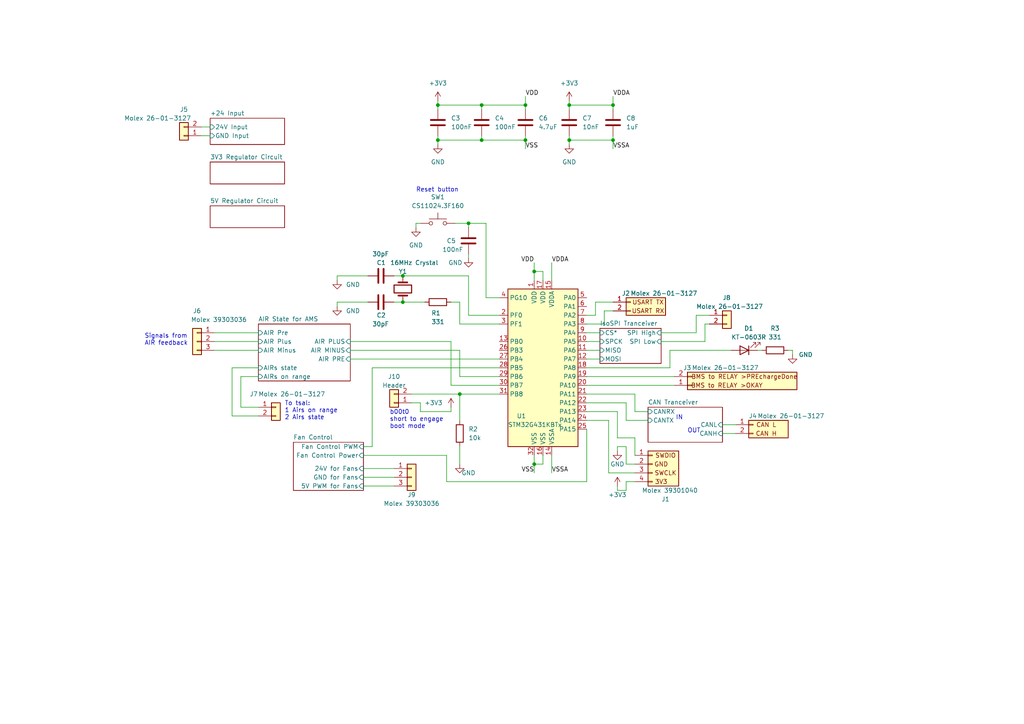
<source format=kicad_sch>
(kicad_sch (version 20230121) (generator eeschema)

  (uuid e63e39d7-6ac0-4ffd-8aa3-1841a4541b55)

  (paper "A4")

  (title_block
    (title "AMS Master by Jakub Sułek")
    (date "2023-06-27")
    (rev "7")
  )

  (lib_symbols
    (symbol "Conn_01x02_1" (pin_names (offset 1.016) hide) (in_bom yes) (on_board yes)
      (property "Reference" "J2" (at -2.54 2.54 0)
        (effects (font (size 1.27 1.27)) (justify left))
      )
      (property "Value" "Molex 39301040" (at 0 2.54 0)
        (effects (font (size 1.27 1.27)) (justify left))
      )
      (property "Footprint" "Connector_Molex:Molex_Mini-Fit_Jr_5569-04A2_2x02_P4.20mm_Horizontal" (at -7.62 8.89 0)
        (effects (font (size 1.27 1.27)) hide)
      )
      (property "Datasheet" "~" (at 0 0 0)
        (effects (font (size 1.27 1.27)) hide)
      )
      (property "ki_keywords" "connector" (at 0 0 0)
        (effects (font (size 1.27 1.27)) hide)
      )
      (property "ki_description" "Generic connector, single row, 01x02, script generated (kicad-library-utils/schlib/autogen/connector/)" (at 0 0 0)
        (effects (font (size 1.27 1.27)) hide)
      )
      (property "ki_fp_filters" "Connector*:*_1x??_*" (at 0 0 0)
        (effects (font (size 1.27 1.27)) hide)
      )
      (symbol "Conn_01x02_1_1_1"
        (rectangle (start -1.27 -2.413) (end 0 -2.667)
          (stroke (width 0.1524) (type default))
          (fill (type none))
        )
        (rectangle (start -1.27 0.127) (end 0 -0.127)
          (stroke (width 0.1524) (type default))
          (fill (type none))
        )
        (rectangle (start -1.27 1.27) (end 10.16 -3.81)
          (stroke (width 0.254) (type default))
          (fill (type background))
        )
        (text "USART RX" (at 5.08 -2.54 0)
          (effects (font (size 1.27 1.27)))
        )
        (text "USART TX" (at 5.08 0 0)
          (effects (font (size 1.27 1.27)))
        )
        (pin passive line (at -5.08 0 0) (length 3.81)
          (name "Pin_1" (effects (font (size 1.27 1.27))))
          (number "1" (effects (font (size 1.27 1.27))))
        )
        (pin passive line (at -5.08 -2.54 0) (length 3.81)
          (name "Pin_2" (effects (font (size 1.27 1.27))))
          (number "2" (effects (font (size 1.27 1.27))))
        )
      )
    )
    (symbol "Conn_01x02_2" (pin_names (offset 1.016) hide) (in_bom yes) (on_board yes)
      (property "Reference" "J3" (at -3.81 2.54 0)
        (effects (font (size 1.27 1.27)) (justify left))
      )
      (property "Value" "Molex 26-01-3127" (at -1.27 2.54 0)
        (effects (font (size 1.27 1.27)) (justify left))
      )
      (property "Footprint" "Connector_Molex:Molex_Mini-Fit_Jr_5569-02A2_2x01_P4.20mm_Horizontal" (at 0 6.35 0)
        (effects (font (size 1.27 1.27)) hide)
      )
      (property "Datasheet" "~" (at 0 0 0)
        (effects (font (size 1.27 1.27)) hide)
      )
      (property "ki_keywords" "connector" (at 0 0 0)
        (effects (font (size 1.27 1.27)) hide)
      )
      (property "ki_description" "Generic connector, single row, 01x02, script generated (kicad-library-utils/schlib/autogen/connector/)" (at 0 0 0)
        (effects (font (size 1.27 1.27)) hide)
      )
      (property "ki_fp_filters" "Connector*:*_1x??_*" (at 0 0 0)
        (effects (font (size 1.27 1.27)) hide)
      )
      (symbol "Conn_01x02_2_0_0"
        (text "BMS to RELAY >OKAY" (at 10.16 0 0)
          (effects (font (size 1.27 1.27)))
        )
        (text "BMS to RELAY >PREchargeDone" (at 15.24 -2.54 0)
          (effects (font (size 1.27 1.27)))
        )
      )
      (symbol "Conn_01x02_2_1_1"
        (rectangle (start -1.27 -2.413) (end 0 -2.667)
          (stroke (width 0.1524) (type default))
          (fill (type none))
        )
        (rectangle (start -1.27 0.127) (end 0 -0.127)
          (stroke (width 0.1524) (type default))
          (fill (type none))
        )
        (rectangle (start -1.27 1.27) (end 30.48 -3.81)
          (stroke (width 0.254) (type default))
          (fill (type background))
        )
        (pin passive line (at -5.08 0 0) (length 3.81)
          (name "Pin_1" (effects (font (size 1.27 1.27))))
          (number "1" (effects (font (size 1.27 1.27))))
        )
        (pin passive line (at -5.08 -2.54 0) (length 3.81)
          (name "Pin_2" (effects (font (size 1.27 1.27))))
          (number "2" (effects (font (size 1.27 1.27))))
        )
      )
    )
    (symbol "Conn_01x02_3" (pin_names (offset 1.016) hide) (in_bom yes) (on_board yes)
      (property "Reference" "J4" (at -1.27 2.54 0)
        (effects (font (size 1.27 1.27)) (justify left))
      )
      (property "Value" "Conn_01x02" (at 2.54 2.54 0)
        (effects (font (size 1.27 1.27)) (justify left))
      )
      (property "Footprint" "" (at 0 0 0)
        (effects (font (size 1.27 1.27)) hide)
      )
      (property "Datasheet" "~" (at 0 0 0)
        (effects (font (size 1.27 1.27)) hide)
      )
      (property "ki_keywords" "connector" (at 0 0 0)
        (effects (font (size 1.27 1.27)) hide)
      )
      (property "ki_description" "Generic connector, single row, 01x02, script generated (kicad-library-utils/schlib/autogen/connector/)" (at 0 0 0)
        (effects (font (size 1.27 1.27)) hide)
      )
      (property "ki_fp_filters" "Connector*:*_1x??_*" (at 0 0 0)
        (effects (font (size 1.27 1.27)) hide)
      )
      (symbol "Conn_01x02_3_0_0"
        (text "CAN H" (at 3.81 -2.54 0)
          (effects (font (size 1.27 1.27)))
        )
        (text "CAN L" (at 3.81 0 0)
          (effects (font (size 1.27 1.27)))
        )
      )
      (symbol "Conn_01x02_3_1_1"
        (rectangle (start -1.27 -2.413) (end 0 -2.667)
          (stroke (width 0.1524) (type default))
          (fill (type none))
        )
        (rectangle (start -1.27 0.127) (end 0 -0.127)
          (stroke (width 0.1524) (type default))
          (fill (type none))
        )
        (rectangle (start -1.27 1.27) (end 10.16 -3.81)
          (stroke (width 0.254) (type default))
          (fill (type background))
        )
        (pin passive line (at -5.08 0 0) (length 3.81)
          (name "Pin_1" (effects (font (size 1.27 1.27))))
          (number "1" (effects (font (size 1.27 1.27))))
        )
        (pin passive line (at -5.08 -2.54 0) (length 3.81)
          (name "Pin_2" (effects (font (size 1.27 1.27))))
          (number "2" (effects (font (size 1.27 1.27))))
        )
      )
    )
    (symbol "Conn_01x02_4" (pin_names (offset 1.016) hide) (in_bom yes) (on_board yes)
      (property "Reference" "J" (at 0 2.54 0)
        (effects (font (size 1.27 1.27)))
      )
      (property "Value" "Conn_01x02" (at 0 -5.08 0)
        (effects (font (size 1.27 1.27)))
      )
      (property "Footprint" "" (at 0 0 0)
        (effects (font (size 1.27 1.27)) hide)
      )
      (property "Datasheet" "~" (at 0 0 0)
        (effects (font (size 1.27 1.27)) hide)
      )
      (property "ki_keywords" "connector" (at 0 0 0)
        (effects (font (size 1.27 1.27)) hide)
      )
      (property "ki_description" "Generic connector, single row, 01x02, script generated (kicad-library-utils/schlib/autogen/connector/)" (at 0 0 0)
        (effects (font (size 1.27 1.27)) hide)
      )
      (property "ki_fp_filters" "Connector*:*_1x??_*" (at 0 0 0)
        (effects (font (size 1.27 1.27)) hide)
      )
      (symbol "Conn_01x02_4_1_1"
        (rectangle (start -1.27 -2.413) (end 0 -2.667)
          (stroke (width 0.1524) (type default))
          (fill (type none))
        )
        (rectangle (start -1.27 0.127) (end 0 -0.127)
          (stroke (width 0.1524) (type default))
          (fill (type none))
        )
        (rectangle (start -1.27 1.27) (end 1.27 -3.81)
          (stroke (width 0.254) (type default))
          (fill (type background))
        )
        (pin passive line (at -5.08 0 0) (length 3.81)
          (name "Pin_1" (effects (font (size 1.27 1.27))))
          (number "1" (effects (font (size 1.27 1.27))))
        )
        (pin passive line (at -5.08 -2.54 0) (length 3.81)
          (name "Pin_2" (effects (font (size 1.27 1.27))))
          (number "2" (effects (font (size 1.27 1.27))))
        )
      )
    )
    (symbol "Connector_Generic:Conn_01x02" (pin_names (offset 1.016) hide) (in_bom yes) (on_board yes)
      (property "Reference" "J" (at 0 2.54 0)
        (effects (font (size 1.27 1.27)))
      )
      (property "Value" "Conn_01x02" (at 0 -5.08 0)
        (effects (font (size 1.27 1.27)))
      )
      (property "Footprint" "" (at 0 0 0)
        (effects (font (size 1.27 1.27)) hide)
      )
      (property "Datasheet" "~" (at 0 0 0)
        (effects (font (size 1.27 1.27)) hide)
      )
      (property "ki_keywords" "connector" (at 0 0 0)
        (effects (font (size 1.27 1.27)) hide)
      )
      (property "ki_description" "Generic connector, single row, 01x02, script generated (kicad-library-utils/schlib/autogen/connector/)" (at 0 0 0)
        (effects (font (size 1.27 1.27)) hide)
      )
      (property "ki_fp_filters" "Connector*:*_1x??_*" (at 0 0 0)
        (effects (font (size 1.27 1.27)) hide)
      )
      (symbol "Conn_01x02_1_1"
        (rectangle (start -1.27 -2.413) (end 0 -2.667)
          (stroke (width 0.1524) (type default))
          (fill (type none))
        )
        (rectangle (start -1.27 0.127) (end 0 -0.127)
          (stroke (width 0.1524) (type default))
          (fill (type none))
        )
        (rectangle (start -1.27 1.27) (end 1.27 -3.81)
          (stroke (width 0.254) (type default))
          (fill (type background))
        )
        (pin passive line (at -5.08 0 0) (length 3.81)
          (name "Pin_1" (effects (font (size 1.27 1.27))))
          (number "1" (effects (font (size 1.27 1.27))))
        )
        (pin passive line (at -5.08 -2.54 0) (length 3.81)
          (name "Pin_2" (effects (font (size 1.27 1.27))))
          (number "2" (effects (font (size 1.27 1.27))))
        )
      )
    )
    (symbol "Connector_Generic:Conn_01x03" (pin_names (offset 1.016) hide) (in_bom yes) (on_board yes)
      (property "Reference" "J" (at 0 5.08 0)
        (effects (font (size 1.27 1.27)))
      )
      (property "Value" "Conn_01x03" (at 0 -5.08 0)
        (effects (font (size 1.27 1.27)))
      )
      (property "Footprint" "" (at 0 0 0)
        (effects (font (size 1.27 1.27)) hide)
      )
      (property "Datasheet" "~" (at 0 0 0)
        (effects (font (size 1.27 1.27)) hide)
      )
      (property "ki_keywords" "connector" (at 0 0 0)
        (effects (font (size 1.27 1.27)) hide)
      )
      (property "ki_description" "Generic connector, single row, 01x03, script generated (kicad-library-utils/schlib/autogen/connector/)" (at 0 0 0)
        (effects (font (size 1.27 1.27)) hide)
      )
      (property "ki_fp_filters" "Connector*:*_1x??_*" (at 0 0 0)
        (effects (font (size 1.27 1.27)) hide)
      )
      (symbol "Conn_01x03_1_1"
        (rectangle (start -1.27 -2.413) (end 0 -2.667)
          (stroke (width 0.1524) (type default))
          (fill (type none))
        )
        (rectangle (start -1.27 0.127) (end 0 -0.127)
          (stroke (width 0.1524) (type default))
          (fill (type none))
        )
        (rectangle (start -1.27 2.667) (end 0 2.413)
          (stroke (width 0.1524) (type default))
          (fill (type none))
        )
        (rectangle (start -1.27 3.81) (end 1.27 -3.81)
          (stroke (width 0.254) (type default))
          (fill (type background))
        )
        (pin passive line (at -5.08 2.54 0) (length 3.81)
          (name "Pin_1" (effects (font (size 1.27 1.27))))
          (number "1" (effects (font (size 1.27 1.27))))
        )
        (pin passive line (at -5.08 0 0) (length 3.81)
          (name "Pin_2" (effects (font (size 1.27 1.27))))
          (number "2" (effects (font (size 1.27 1.27))))
        )
        (pin passive line (at -5.08 -2.54 0) (length 3.81)
          (name "Pin_3" (effects (font (size 1.27 1.27))))
          (number "3" (effects (font (size 1.27 1.27))))
        )
      )
    )
    (symbol "Connector_Generic:Conn_01x04" (pin_names (offset 1.016) hide) (in_bom yes) (on_board yes)
      (property "Reference" "J1" (at 3.81 -10.16 0)
        (effects (font (size 1.27 1.27)))
      )
      (property "Value" "Molex 39301040" (at 5.08 -7.62 0)
        (effects (font (size 1.27 1.27)))
      )
      (property "Footprint" "Connector_Molex:Molex_Mini-Fit_Jr_5569-04A2_2x02_P4.20mm_Horizontal" (at 1.27 7.62 0)
        (effects (font (size 1.27 1.27)) hide)
      )
      (property "Datasheet" "~" (at 0 0 0)
        (effects (font (size 1.27 1.27)) hide)
      )
      (property "ki_keywords" "connector" (at 0 0 0)
        (effects (font (size 1.27 1.27)) hide)
      )
      (property "ki_description" "Generic connector, single row, 01x04, script generated (kicad-library-utils/schlib/autogen/connector/)" (at 0 0 0)
        (effects (font (size 1.27 1.27)) hide)
      )
      (property "ki_fp_filters" "Connector*:*_1x??_*" (at 0 0 0)
        (effects (font (size 1.27 1.27)) hide)
      )
      (symbol "Conn_01x04_1_1"
        (rectangle (start -1.27 -4.953) (end 0 -5.207)
          (stroke (width 0.1524) (type default))
          (fill (type none))
        )
        (rectangle (start -1.27 -2.413) (end 0 -2.667)
          (stroke (width 0.1524) (type default))
          (fill (type none))
        )
        (rectangle (start -1.27 0.127) (end 0 -0.127)
          (stroke (width 0.1524) (type default))
          (fill (type none))
        )
        (rectangle (start -1.27 2.667) (end 0 2.413)
          (stroke (width 0.1524) (type default))
          (fill (type none))
        )
        (rectangle (start -1.27 3.81) (end 7.62 -6.35)
          (stroke (width 0.254) (type default))
          (fill (type background))
        )
        (text "3V3" (at 2.54 -5.08 0)
          (effects (font (size 1.27 1.27)))
        )
        (text "GND" (at 2.54 0 0)
          (effects (font (size 1.27 1.27)))
        )
        (text "SWCLK" (at 3.81 -2.54 0)
          (effects (font (size 1.27 1.27)))
        )
        (text "SWDIO" (at 3.81 2.54 0)
          (effects (font (size 1.27 1.27)))
        )
        (pin passive line (at -5.08 2.54 0) (length 3.81)
          (name "Pin_1" (effects (font (size 1.27 1.27))))
          (number "1" (effects (font (size 1.27 1.27))))
        )
        (pin passive line (at -5.08 0 0) (length 3.81)
          (name "Pin_2" (effects (font (size 1.27 1.27))))
          (number "2" (effects (font (size 1.27 1.27))))
        )
        (pin passive line (at -5.08 -2.54 0) (length 3.81)
          (name "Pin_3" (effects (font (size 1.27 1.27))))
          (number "3" (effects (font (size 1.27 1.27))))
        )
        (pin passive line (at -5.08 -5.08 0) (length 3.81)
          (name "Pin_4" (effects (font (size 1.27 1.27))))
          (number "4" (effects (font (size 1.27 1.27))))
        )
      )
    )
    (symbol "Device:C" (pin_numbers hide) (pin_names (offset 0.254)) (in_bom yes) (on_board yes)
      (property "Reference" "C" (at 0.635 2.54 0)
        (effects (font (size 1.27 1.27)) (justify left))
      )
      (property "Value" "C" (at 0.635 -2.54 0)
        (effects (font (size 1.27 1.27)) (justify left))
      )
      (property "Footprint" "" (at 0.9652 -3.81 0)
        (effects (font (size 1.27 1.27)) hide)
      )
      (property "Datasheet" "~" (at 0 0 0)
        (effects (font (size 1.27 1.27)) hide)
      )
      (property "ki_keywords" "cap capacitor" (at 0 0 0)
        (effects (font (size 1.27 1.27)) hide)
      )
      (property "ki_description" "Unpolarized capacitor" (at 0 0 0)
        (effects (font (size 1.27 1.27)) hide)
      )
      (property "ki_fp_filters" "C_*" (at 0 0 0)
        (effects (font (size 1.27 1.27)) hide)
      )
      (symbol "C_0_1"
        (polyline
          (pts
            (xy -2.032 -0.762)
            (xy 2.032 -0.762)
          )
          (stroke (width 0.508) (type default))
          (fill (type none))
        )
        (polyline
          (pts
            (xy -2.032 0.762)
            (xy 2.032 0.762)
          )
          (stroke (width 0.508) (type default))
          (fill (type none))
        )
      )
      (symbol "C_1_1"
        (pin passive line (at 0 3.81 270) (length 2.794)
          (name "~" (effects (font (size 1.27 1.27))))
          (number "1" (effects (font (size 1.27 1.27))))
        )
        (pin passive line (at 0 -3.81 90) (length 2.794)
          (name "~" (effects (font (size 1.27 1.27))))
          (number "2" (effects (font (size 1.27 1.27))))
        )
      )
    )
    (symbol "Device:Crystal" (pin_numbers hide) (pin_names (offset 1.016) hide) (in_bom yes) (on_board yes)
      (property "Reference" "Y" (at 0 3.81 0)
        (effects (font (size 1.27 1.27)))
      )
      (property "Value" "Crystal" (at 0 -3.81 0)
        (effects (font (size 1.27 1.27)))
      )
      (property "Footprint" "" (at 0 0 0)
        (effects (font (size 1.27 1.27)) hide)
      )
      (property "Datasheet" "~" (at 0 0 0)
        (effects (font (size 1.27 1.27)) hide)
      )
      (property "ki_keywords" "quartz ceramic resonator oscillator" (at 0 0 0)
        (effects (font (size 1.27 1.27)) hide)
      )
      (property "ki_description" "Two pin crystal" (at 0 0 0)
        (effects (font (size 1.27 1.27)) hide)
      )
      (property "ki_fp_filters" "Crystal*" (at 0 0 0)
        (effects (font (size 1.27 1.27)) hide)
      )
      (symbol "Crystal_0_1"
        (rectangle (start -1.143 2.54) (end 1.143 -2.54)
          (stroke (width 0.3048) (type default))
          (fill (type none))
        )
        (polyline
          (pts
            (xy -2.54 0)
            (xy -1.905 0)
          )
          (stroke (width 0) (type default))
          (fill (type none))
        )
        (polyline
          (pts
            (xy -1.905 -1.27)
            (xy -1.905 1.27)
          )
          (stroke (width 0.508) (type default))
          (fill (type none))
        )
        (polyline
          (pts
            (xy 1.905 -1.27)
            (xy 1.905 1.27)
          )
          (stroke (width 0.508) (type default))
          (fill (type none))
        )
        (polyline
          (pts
            (xy 2.54 0)
            (xy 1.905 0)
          )
          (stroke (width 0) (type default))
          (fill (type none))
        )
      )
      (symbol "Crystal_1_1"
        (pin passive line (at -3.81 0 0) (length 1.27)
          (name "1" (effects (font (size 1.27 1.27))))
          (number "1" (effects (font (size 1.27 1.27))))
        )
        (pin passive line (at 3.81 0 180) (length 1.27)
          (name "2" (effects (font (size 1.27 1.27))))
          (number "2" (effects (font (size 1.27 1.27))))
        )
      )
    )
    (symbol "Device:LED" (pin_numbers hide) (pin_names (offset 1.016) hide) (in_bom yes) (on_board yes)
      (property "Reference" "D" (at 0 2.54 0)
        (effects (font (size 1.27 1.27)))
      )
      (property "Value" "LED" (at 0 -2.54 0)
        (effects (font (size 1.27 1.27)))
      )
      (property "Footprint" "" (at 0 0 0)
        (effects (font (size 1.27 1.27)) hide)
      )
      (property "Datasheet" "~" (at 0 0 0)
        (effects (font (size 1.27 1.27)) hide)
      )
      (property "ki_keywords" "LED diode" (at 0 0 0)
        (effects (font (size 1.27 1.27)) hide)
      )
      (property "ki_description" "Light emitting diode" (at 0 0 0)
        (effects (font (size 1.27 1.27)) hide)
      )
      (property "ki_fp_filters" "LED* LED_SMD:* LED_THT:*" (at 0 0 0)
        (effects (font (size 1.27 1.27)) hide)
      )
      (symbol "LED_0_1"
        (polyline
          (pts
            (xy -1.27 -1.27)
            (xy -1.27 1.27)
          )
          (stroke (width 0.254) (type default))
          (fill (type none))
        )
        (polyline
          (pts
            (xy -1.27 0)
            (xy 1.27 0)
          )
          (stroke (width 0) (type default))
          (fill (type none))
        )
        (polyline
          (pts
            (xy 1.27 -1.27)
            (xy 1.27 1.27)
            (xy -1.27 0)
            (xy 1.27 -1.27)
          )
          (stroke (width 0.254) (type default))
          (fill (type none))
        )
        (polyline
          (pts
            (xy -3.048 -0.762)
            (xy -4.572 -2.286)
            (xy -3.81 -2.286)
            (xy -4.572 -2.286)
            (xy -4.572 -1.524)
          )
          (stroke (width 0) (type default))
          (fill (type none))
        )
        (polyline
          (pts
            (xy -1.778 -0.762)
            (xy -3.302 -2.286)
            (xy -2.54 -2.286)
            (xy -3.302 -2.286)
            (xy -3.302 -1.524)
          )
          (stroke (width 0) (type default))
          (fill (type none))
        )
      )
      (symbol "LED_1_1"
        (pin passive line (at -3.81 0 0) (length 2.54)
          (name "K" (effects (font (size 1.27 1.27))))
          (number "1" (effects (font (size 1.27 1.27))))
        )
        (pin passive line (at 3.81 0 180) (length 2.54)
          (name "A" (effects (font (size 1.27 1.27))))
          (number "2" (effects (font (size 1.27 1.27))))
        )
      )
    )
    (symbol "Device:R" (pin_numbers hide) (pin_names (offset 0)) (in_bom yes) (on_board yes)
      (property "Reference" "R" (at 2.032 0 90)
        (effects (font (size 1.27 1.27)))
      )
      (property "Value" "R" (at 0 0 90)
        (effects (font (size 1.27 1.27)))
      )
      (property "Footprint" "" (at -1.778 0 90)
        (effects (font (size 1.27 1.27)) hide)
      )
      (property "Datasheet" "~" (at 0 0 0)
        (effects (font (size 1.27 1.27)) hide)
      )
      (property "ki_keywords" "R res resistor" (at 0 0 0)
        (effects (font (size 1.27 1.27)) hide)
      )
      (property "ki_description" "Resistor" (at 0 0 0)
        (effects (font (size 1.27 1.27)) hide)
      )
      (property "ki_fp_filters" "R_*" (at 0 0 0)
        (effects (font (size 1.27 1.27)) hide)
      )
      (symbol "R_0_1"
        (rectangle (start -1.016 -2.54) (end 1.016 2.54)
          (stroke (width 0.254) (type default))
          (fill (type none))
        )
      )
      (symbol "R_1_1"
        (pin passive line (at 0 3.81 270) (length 1.27)
          (name "~" (effects (font (size 1.27 1.27))))
          (number "1" (effects (font (size 1.27 1.27))))
        )
        (pin passive line (at 0 -3.81 90) (length 1.27)
          (name "~" (effects (font (size 1.27 1.27))))
          (number "2" (effects (font (size 1.27 1.27))))
        )
      )
    )
    (symbol "MCU_ST_STM32G4:STM32G431KBTx" (in_bom yes) (on_board yes)
      (property "Reference" "U" (at -10.16 24.13 0)
        (effects (font (size 1.27 1.27)) (justify left))
      )
      (property "Value" "STM32G431KBTx" (at 5.08 24.13 0)
        (effects (font (size 1.27 1.27)) (justify left))
      )
      (property "Footprint" "Package_QFP:LQFP-32_7x7mm_P0.8mm" (at -10.16 -22.86 0)
        (effects (font (size 1.27 1.27)) (justify right) hide)
      )
      (property "Datasheet" "https://www.st.com/resource/en/datasheet/stm32g431kb.pdf" (at 0 0 0)
        (effects (font (size 1.27 1.27)) hide)
      )
      (property "ki_locked" "" (at 0 0 0)
        (effects (font (size 1.27 1.27)))
      )
      (property "ki_keywords" "Arm Cortex-M4 STM32G4 STM32G4x1" (at 0 0 0)
        (effects (font (size 1.27 1.27)) hide)
      )
      (property "ki_description" "STMicroelectronics Arm Cortex-M4 MCU, 128KB flash, 32KB RAM, 170 MHz, 1.71-3.6V, 26 GPIO, LQFP32" (at 0 0 0)
        (effects (font (size 1.27 1.27)) hide)
      )
      (property "ki_fp_filters" "LQFP*7x7mm*P0.8mm*" (at 0 0 0)
        (effects (font (size 1.27 1.27)) hide)
      )
      (symbol "STM32G431KBTx_0_1"
        (rectangle (start -10.16 -22.86) (end 10.16 22.86)
          (stroke (width 0.254) (type default))
          (fill (type background))
        )
      )
      (symbol "STM32G431KBTx_1_1"
        (pin power_in line (at -2.54 25.4 270) (length 2.54)
          (name "VDD" (effects (font (size 1.27 1.27))))
          (number "1" (effects (font (size 1.27 1.27))))
        )
        (pin bidirectional line (at 12.7 7.62 180) (length 2.54)
          (name "PA5" (effects (font (size 1.27 1.27))))
          (number "10" (effects (font (size 1.27 1.27))))
          (alternate "ADC2_IN13" bidirectional line)
          (alternate "COMP2_INM" bidirectional line)
          (alternate "DAC1_OUT2" bidirectional line)
          (alternate "OPAMP2_VINM" bidirectional line)
          (alternate "OPAMP2_VINM0" bidirectional line)
          (alternate "OPAMP2_VINM_SEC" bidirectional line)
          (alternate "SPI1_SCK" bidirectional line)
          (alternate "TIM2_CH1" bidirectional line)
          (alternate "TIM2_ETR" bidirectional line)
          (alternate "UCPD1_FRSTX1" bidirectional line)
          (alternate "UCPD1_FRSTX2" bidirectional line)
        )
        (pin bidirectional line (at 12.7 5.08 180) (length 2.54)
          (name "PA6" (effects (font (size 1.27 1.27))))
          (number "11" (effects (font (size 1.27 1.27))))
          (alternate "ADC2_IN3" bidirectional line)
          (alternate "COMP1_OUT" bidirectional line)
          (alternate "LPUART1_CTS" bidirectional line)
          (alternate "OPAMP2_VOUT" bidirectional line)
          (alternate "SPI1_MISO" bidirectional line)
          (alternate "TIM16_CH1" bidirectional line)
          (alternate "TIM1_BKIN" bidirectional line)
          (alternate "TIM3_CH1" bidirectional line)
          (alternate "TIM8_BKIN" bidirectional line)
        )
        (pin bidirectional line (at 12.7 2.54 180) (length 2.54)
          (name "PA7" (effects (font (size 1.27 1.27))))
          (number "12" (effects (font (size 1.27 1.27))))
          (alternate "ADC2_IN4" bidirectional line)
          (alternate "COMP2_INP" bidirectional line)
          (alternate "COMP2_OUT" bidirectional line)
          (alternate "OPAMP1_VINP" bidirectional line)
          (alternate "OPAMP1_VINP_SEC" bidirectional line)
          (alternate "OPAMP2_VINP" bidirectional line)
          (alternate "OPAMP2_VINP_SEC" bidirectional line)
          (alternate "SPI1_MOSI" bidirectional line)
          (alternate "TIM17_CH1" bidirectional line)
          (alternate "TIM1_CH1N" bidirectional line)
          (alternate "TIM3_CH2" bidirectional line)
          (alternate "TIM8_CH1N" bidirectional line)
          (alternate "UCPD1_FRSTX1" bidirectional line)
          (alternate "UCPD1_FRSTX2" bidirectional line)
        )
        (pin bidirectional line (at -12.7 7.62 0) (length 2.54)
          (name "PB0" (effects (font (size 1.27 1.27))))
          (number "13" (effects (font (size 1.27 1.27))))
          (alternate "ADC1_IN15" bidirectional line)
          (alternate "COMP4_INP" bidirectional line)
          (alternate "OPAMP2_VINP" bidirectional line)
          (alternate "OPAMP2_VINP_SEC" bidirectional line)
          (alternate "OPAMP3_VINP" bidirectional line)
          (alternate "OPAMP3_VINP_SEC" bidirectional line)
          (alternate "TIM1_CH2N" bidirectional line)
          (alternate "TIM3_CH3" bidirectional line)
          (alternate "TIM8_CH2N" bidirectional line)
          (alternate "UCPD1_FRSTX1" bidirectional line)
          (alternate "UCPD1_FRSTX2" bidirectional line)
        )
        (pin power_in line (at 2.54 -25.4 90) (length 2.54)
          (name "VSSA" (effects (font (size 1.27 1.27))))
          (number "14" (effects (font (size 1.27 1.27))))
        )
        (pin power_in line (at 2.54 25.4 270) (length 2.54)
          (name "VDDA" (effects (font (size 1.27 1.27))))
          (number "15" (effects (font (size 1.27 1.27))))
        )
        (pin power_in line (at 0 -25.4 90) (length 2.54)
          (name "VSS" (effects (font (size 1.27 1.27))))
          (number "16" (effects (font (size 1.27 1.27))))
        )
        (pin power_in line (at 0 25.4 270) (length 2.54)
          (name "VDD" (effects (font (size 1.27 1.27))))
          (number "17" (effects (font (size 1.27 1.27))))
        )
        (pin bidirectional line (at 12.7 0 180) (length 2.54)
          (name "PA8" (effects (font (size 1.27 1.27))))
          (number "18" (effects (font (size 1.27 1.27))))
          (alternate "I2C2_SDA" bidirectional line)
          (alternate "I2C3_SCL" bidirectional line)
          (alternate "I2S2_MCK" bidirectional line)
          (alternate "RCC_MCO" bidirectional line)
          (alternate "SAI1_CK2" bidirectional line)
          (alternate "SAI1_SCK_A" bidirectional line)
          (alternate "TIM1_CH1" bidirectional line)
          (alternate "TIM4_ETR" bidirectional line)
          (alternate "USART1_CK" bidirectional line)
        )
        (pin bidirectional line (at 12.7 -2.54 180) (length 2.54)
          (name "PA9" (effects (font (size 1.27 1.27))))
          (number "19" (effects (font (size 1.27 1.27))))
          (alternate "DAC1_EXTI9" bidirectional line)
          (alternate "DAC3_EXTI9" bidirectional line)
          (alternate "I2C2_SCL" bidirectional line)
          (alternate "I2C3_SMBA" bidirectional line)
          (alternate "I2S3_MCK" bidirectional line)
          (alternate "SAI1_FS_A" bidirectional line)
          (alternate "TIM15_BKIN" bidirectional line)
          (alternate "TIM1_CH2" bidirectional line)
          (alternate "TIM2_CH3" bidirectional line)
          (alternate "UCPD1_DBCC1" bidirectional line)
          (alternate "USART1_TX" bidirectional line)
        )
        (pin bidirectional line (at -12.7 15.24 0) (length 2.54)
          (name "PF0" (effects (font (size 1.27 1.27))))
          (number "2" (effects (font (size 1.27 1.27))))
          (alternate "ADC1_IN10" bidirectional line)
          (alternate "I2C2_SDA" bidirectional line)
          (alternate "I2S2_WS" bidirectional line)
          (alternate "RCC_OSC_IN" bidirectional line)
          (alternate "SPI2_NSS" bidirectional line)
          (alternate "TIM1_CH3N" bidirectional line)
        )
        (pin bidirectional line (at 12.7 -5.08 180) (length 2.54)
          (name "PA10" (effects (font (size 1.27 1.27))))
          (number "20" (effects (font (size 1.27 1.27))))
          (alternate "CRS_SYNC" bidirectional line)
          (alternate "DAC1_EXTI10" bidirectional line)
          (alternate "DAC3_EXTI10" bidirectional line)
          (alternate "I2C2_SMBA" bidirectional line)
          (alternate "SAI1_D1" bidirectional line)
          (alternate "SAI1_SD_A" bidirectional line)
          (alternate "SPI2_MISO" bidirectional line)
          (alternate "TIM17_BKIN" bidirectional line)
          (alternate "TIM1_CH3" bidirectional line)
          (alternate "TIM2_CH4" bidirectional line)
          (alternate "TIM8_BKIN" bidirectional line)
          (alternate "UCPD1_DBCC2" bidirectional line)
          (alternate "USART1_RX" bidirectional line)
        )
        (pin bidirectional line (at 12.7 -7.62 180) (length 2.54)
          (name "PA11" (effects (font (size 1.27 1.27))))
          (number "21" (effects (font (size 1.27 1.27))))
          (alternate "ADC1_EXTI11" bidirectional line)
          (alternate "ADC2_EXTI11" bidirectional line)
          (alternate "COMP1_OUT" bidirectional line)
          (alternate "FDCAN1_RX" bidirectional line)
          (alternate "I2S2_SD" bidirectional line)
          (alternate "SPI2_MOSI" bidirectional line)
          (alternate "TIM1_BKIN2" bidirectional line)
          (alternate "TIM1_CH1N" bidirectional line)
          (alternate "TIM1_CH4" bidirectional line)
          (alternate "TIM4_CH1" bidirectional line)
          (alternate "USART1_CTS" bidirectional line)
          (alternate "USART1_NSS" bidirectional line)
          (alternate "USB_DM" bidirectional line)
        )
        (pin bidirectional line (at 12.7 -10.16 180) (length 2.54)
          (name "PA12" (effects (font (size 1.27 1.27))))
          (number "22" (effects (font (size 1.27 1.27))))
          (alternate "COMP2_OUT" bidirectional line)
          (alternate "FDCAN1_TX" bidirectional line)
          (alternate "I2S_CKIN" bidirectional line)
          (alternate "TIM16_CH1" bidirectional line)
          (alternate "TIM1_CH2N" bidirectional line)
          (alternate "TIM1_ETR" bidirectional line)
          (alternate "TIM4_CH2" bidirectional line)
          (alternate "USART1_DE" bidirectional line)
          (alternate "USART1_RTS" bidirectional line)
          (alternate "USB_DP" bidirectional line)
        )
        (pin bidirectional line (at 12.7 -12.7 180) (length 2.54)
          (name "PA13" (effects (font (size 1.27 1.27))))
          (number "23" (effects (font (size 1.27 1.27))))
          (alternate "I2C1_SCL" bidirectional line)
          (alternate "IR_OUT" bidirectional line)
          (alternate "SAI1_SD_B" bidirectional line)
          (alternate "SYS_JTMS-SWDIO" bidirectional line)
          (alternate "TIM16_CH1N" bidirectional line)
          (alternate "TIM4_CH3" bidirectional line)
        )
        (pin bidirectional line (at 12.7 -15.24 180) (length 2.54)
          (name "PA14" (effects (font (size 1.27 1.27))))
          (number "24" (effects (font (size 1.27 1.27))))
          (alternate "I2C1_SDA" bidirectional line)
          (alternate "LPTIM1_OUT" bidirectional line)
          (alternate "SAI1_FS_B" bidirectional line)
          (alternate "SYS_JTCK-SWCLK" bidirectional line)
          (alternate "TIM1_BKIN" bidirectional line)
          (alternate "TIM8_CH2" bidirectional line)
          (alternate "USART2_TX" bidirectional line)
        )
        (pin bidirectional line (at 12.7 -17.78 180) (length 2.54)
          (name "PA15" (effects (font (size 1.27 1.27))))
          (number "25" (effects (font (size 1.27 1.27))))
          (alternate "ADC1_EXTI15" bidirectional line)
          (alternate "ADC2_EXTI15" bidirectional line)
          (alternate "I2C1_SCL" bidirectional line)
          (alternate "I2S3_WS" bidirectional line)
          (alternate "SPI1_NSS" bidirectional line)
          (alternate "SPI3_NSS" bidirectional line)
          (alternate "SYS_JTDI" bidirectional line)
          (alternate "TIM1_BKIN" bidirectional line)
          (alternate "TIM2_CH1" bidirectional line)
          (alternate "TIM2_ETR" bidirectional line)
          (alternate "TIM8_CH1" bidirectional line)
          (alternate "USART2_RX" bidirectional line)
        )
        (pin bidirectional line (at -12.7 5.08 0) (length 2.54)
          (name "PB3" (effects (font (size 1.27 1.27))))
          (number "26" (effects (font (size 1.27 1.27))))
          (alternate "CRS_SYNC" bidirectional line)
          (alternate "I2S3_CK" bidirectional line)
          (alternate "SAI1_SCK_B" bidirectional line)
          (alternate "SPI1_SCK" bidirectional line)
          (alternate "SPI3_SCK" bidirectional line)
          (alternate "SYS_JTDO-SWO" bidirectional line)
          (alternate "TIM2_CH2" bidirectional line)
          (alternate "TIM3_ETR" bidirectional line)
          (alternate "TIM4_ETR" bidirectional line)
          (alternate "TIM8_CH1N" bidirectional line)
          (alternate "USART2_TX" bidirectional line)
        )
        (pin bidirectional line (at -12.7 2.54 0) (length 2.54)
          (name "PB4" (effects (font (size 1.27 1.27))))
          (number "27" (effects (font (size 1.27 1.27))))
          (alternate "SAI1_MCLK_B" bidirectional line)
          (alternate "SPI1_MISO" bidirectional line)
          (alternate "SPI3_MISO" bidirectional line)
          (alternate "SYS_JTRST" bidirectional line)
          (alternate "TIM16_CH1" bidirectional line)
          (alternate "TIM17_BKIN" bidirectional line)
          (alternate "TIM3_CH1" bidirectional line)
          (alternate "TIM8_CH2N" bidirectional line)
          (alternate "UCPD1_CC2" bidirectional line)
          (alternate "USART2_RX" bidirectional line)
        )
        (pin bidirectional line (at -12.7 0 0) (length 2.54)
          (name "PB5" (effects (font (size 1.27 1.27))))
          (number "28" (effects (font (size 1.27 1.27))))
          (alternate "I2C1_SMBA" bidirectional line)
          (alternate "I2C3_SDA" bidirectional line)
          (alternate "I2S3_SD" bidirectional line)
          (alternate "LPTIM1_IN1" bidirectional line)
          (alternate "SAI1_SD_B" bidirectional line)
          (alternate "SPI1_MOSI" bidirectional line)
          (alternate "SPI3_MOSI" bidirectional line)
          (alternate "TIM16_BKIN" bidirectional line)
          (alternate "TIM17_CH1" bidirectional line)
          (alternate "TIM3_CH2" bidirectional line)
          (alternate "TIM8_CH3N" bidirectional line)
          (alternate "USART2_CK" bidirectional line)
        )
        (pin bidirectional line (at -12.7 -2.54 0) (length 2.54)
          (name "PB6" (effects (font (size 1.27 1.27))))
          (number "29" (effects (font (size 1.27 1.27))))
          (alternate "COMP4_OUT" bidirectional line)
          (alternate "LPTIM1_ETR" bidirectional line)
          (alternate "SAI1_FS_B" bidirectional line)
          (alternate "TIM16_CH1N" bidirectional line)
          (alternate "TIM4_CH1" bidirectional line)
          (alternate "TIM8_BKIN2" bidirectional line)
          (alternate "TIM8_CH1" bidirectional line)
          (alternate "TIM8_ETR" bidirectional line)
          (alternate "UCPD1_CC1" bidirectional line)
          (alternate "USART1_TX" bidirectional line)
        )
        (pin bidirectional line (at -12.7 12.7 0) (length 2.54)
          (name "PF1" (effects (font (size 1.27 1.27))))
          (number "3" (effects (font (size 1.27 1.27))))
          (alternate "ADC2_IN10" bidirectional line)
          (alternate "COMP3_INM" bidirectional line)
          (alternate "I2S2_CK" bidirectional line)
          (alternate "RCC_OSC_OUT" bidirectional line)
          (alternate "SPI2_SCK" bidirectional line)
        )
        (pin bidirectional line (at -12.7 -5.08 0) (length 2.54)
          (name "PB7" (effects (font (size 1.27 1.27))))
          (number "30" (effects (font (size 1.27 1.27))))
          (alternate "COMP3_OUT" bidirectional line)
          (alternate "I2C1_SDA" bidirectional line)
          (alternate "LPTIM1_IN2" bidirectional line)
          (alternate "SYS_PVD_IN" bidirectional line)
          (alternate "TIM17_CH1N" bidirectional line)
          (alternate "TIM3_CH4" bidirectional line)
          (alternate "TIM4_CH2" bidirectional line)
          (alternate "TIM8_BKIN" bidirectional line)
          (alternate "USART1_RX" bidirectional line)
        )
        (pin bidirectional line (at -12.7 -7.62 0) (length 2.54)
          (name "PB8" (effects (font (size 1.27 1.27))))
          (number "31" (effects (font (size 1.27 1.27))))
          (alternate "COMP1_OUT" bidirectional line)
          (alternate "FDCAN1_RX" bidirectional line)
          (alternate "I2C1_SCL" bidirectional line)
          (alternate "SAI1_CK1" bidirectional line)
          (alternate "SAI1_MCLK_A" bidirectional line)
          (alternate "TIM16_CH1" bidirectional line)
          (alternate "TIM1_BKIN" bidirectional line)
          (alternate "TIM4_CH3" bidirectional line)
          (alternate "TIM8_CH2" bidirectional line)
        )
        (pin power_in line (at -2.54 -25.4 90) (length 2.54)
          (name "VSS" (effects (font (size 1.27 1.27))))
          (number "32" (effects (font (size 1.27 1.27))))
        )
        (pin bidirectional line (at -12.7 20.32 0) (length 2.54)
          (name "PG10" (effects (font (size 1.27 1.27))))
          (number "4" (effects (font (size 1.27 1.27))))
          (alternate "DAC1_EXTI10" bidirectional line)
          (alternate "DAC3_EXTI10" bidirectional line)
          (alternate "RCC_MCO" bidirectional line)
        )
        (pin bidirectional line (at 12.7 20.32 180) (length 2.54)
          (name "PA0" (effects (font (size 1.27 1.27))))
          (number "5" (effects (font (size 1.27 1.27))))
          (alternate "ADC1_IN1" bidirectional line)
          (alternate "ADC2_IN1" bidirectional line)
          (alternate "COMP1_INM" bidirectional line)
          (alternate "COMP1_OUT" bidirectional line)
          (alternate "COMP3_INP" bidirectional line)
          (alternate "RTC_TAMP2" bidirectional line)
          (alternate "SYS_WKUP1" bidirectional line)
          (alternate "TIM2_CH1" bidirectional line)
          (alternate "TIM2_ETR" bidirectional line)
          (alternate "TIM8_BKIN" bidirectional line)
          (alternate "TIM8_ETR" bidirectional line)
          (alternate "USART2_CTS" bidirectional line)
          (alternate "USART2_NSS" bidirectional line)
        )
        (pin bidirectional line (at 12.7 17.78 180) (length 2.54)
          (name "PA1" (effects (font (size 1.27 1.27))))
          (number "6" (effects (font (size 1.27 1.27))))
          (alternate "ADC1_IN2" bidirectional line)
          (alternate "ADC2_IN2" bidirectional line)
          (alternate "COMP1_INP" bidirectional line)
          (alternate "OPAMP1_VINP" bidirectional line)
          (alternate "OPAMP1_VINP_SEC" bidirectional line)
          (alternate "OPAMP3_VINP" bidirectional line)
          (alternate "OPAMP3_VINP_SEC" bidirectional line)
          (alternate "RTC_REFIN" bidirectional line)
          (alternate "TIM15_CH1N" bidirectional line)
          (alternate "TIM2_CH2" bidirectional line)
          (alternate "USART2_DE" bidirectional line)
          (alternate "USART2_RTS" bidirectional line)
        )
        (pin bidirectional line (at 12.7 15.24 180) (length 2.54)
          (name "PA2" (effects (font (size 1.27 1.27))))
          (number "7" (effects (font (size 1.27 1.27))))
          (alternate "ADC1_IN3" bidirectional line)
          (alternate "COMP2_INM" bidirectional line)
          (alternate "COMP2_OUT" bidirectional line)
          (alternate "LPUART1_TX" bidirectional line)
          (alternate "OPAMP1_VOUT" bidirectional line)
          (alternate "RCC_LSCO" bidirectional line)
          (alternate "SYS_WKUP4" bidirectional line)
          (alternate "TIM15_CH1" bidirectional line)
          (alternate "TIM2_CH3" bidirectional line)
          (alternate "UCPD1_FRSTX1" bidirectional line)
          (alternate "UCPD1_FRSTX2" bidirectional line)
          (alternate "USART2_TX" bidirectional line)
        )
        (pin bidirectional line (at 12.7 12.7 180) (length 2.54)
          (name "PA3" (effects (font (size 1.27 1.27))))
          (number "8" (effects (font (size 1.27 1.27))))
          (alternate "ADC1_IN4" bidirectional line)
          (alternate "COMP2_INP" bidirectional line)
          (alternate "LPUART1_RX" bidirectional line)
          (alternate "OPAMP1_VINM" bidirectional line)
          (alternate "OPAMP1_VINM0" bidirectional line)
          (alternate "OPAMP1_VINM_SEC" bidirectional line)
          (alternate "OPAMP1_VINP" bidirectional line)
          (alternate "OPAMP1_VINP_SEC" bidirectional line)
          (alternate "SAI1_CK1" bidirectional line)
          (alternate "SAI1_MCLK_A" bidirectional line)
          (alternate "TIM15_CH2" bidirectional line)
          (alternate "TIM2_CH4" bidirectional line)
          (alternate "USART2_RX" bidirectional line)
        )
        (pin bidirectional line (at 12.7 10.16 180) (length 2.54)
          (name "PA4" (effects (font (size 1.27 1.27))))
          (number "9" (effects (font (size 1.27 1.27))))
          (alternate "ADC2_IN17" bidirectional line)
          (alternate "COMP1_INM" bidirectional line)
          (alternate "DAC1_OUT1" bidirectional line)
          (alternate "I2S3_WS" bidirectional line)
          (alternate "SAI1_FS_B" bidirectional line)
          (alternate "SPI1_NSS" bidirectional line)
          (alternate "SPI3_NSS" bidirectional line)
          (alternate "TIM3_CH2" bidirectional line)
          (alternate "USART2_CK" bidirectional line)
        )
      )
    )
    (symbol "Switch:SW_Push" (pin_numbers hide) (pin_names (offset 1.016) hide) (in_bom yes) (on_board yes)
      (property "Reference" "SW" (at 1.27 2.54 0)
        (effects (font (size 1.27 1.27)) (justify left))
      )
      (property "Value" "SW_Push" (at 0 -1.524 0)
        (effects (font (size 1.27 1.27)))
      )
      (property "Footprint" "" (at 0 5.08 0)
        (effects (font (size 1.27 1.27)) hide)
      )
      (property "Datasheet" "~" (at 0 5.08 0)
        (effects (font (size 1.27 1.27)) hide)
      )
      (property "ki_keywords" "switch normally-open pushbutton push-button" (at 0 0 0)
        (effects (font (size 1.27 1.27)) hide)
      )
      (property "ki_description" "Push button switch, generic, two pins" (at 0 0 0)
        (effects (font (size 1.27 1.27)) hide)
      )
      (symbol "SW_Push_0_1"
        (circle (center -2.032 0) (radius 0.508)
          (stroke (width 0) (type default))
          (fill (type none))
        )
        (polyline
          (pts
            (xy 0 1.27)
            (xy 0 3.048)
          )
          (stroke (width 0) (type default))
          (fill (type none))
        )
        (polyline
          (pts
            (xy 2.54 1.27)
            (xy -2.54 1.27)
          )
          (stroke (width 0) (type default))
          (fill (type none))
        )
        (circle (center 2.032 0) (radius 0.508)
          (stroke (width 0) (type default))
          (fill (type none))
        )
        (pin passive line (at -5.08 0 0) (length 2.54)
          (name "1" (effects (font (size 1.27 1.27))))
          (number "1" (effects (font (size 1.27 1.27))))
        )
        (pin passive line (at 5.08 0 180) (length 2.54)
          (name "2" (effects (font (size 1.27 1.27))))
          (number "2" (effects (font (size 1.27 1.27))))
        )
      )
    )
    (symbol "power:+3.3V" (power) (pin_names (offset 0)) (in_bom yes) (on_board yes)
      (property "Reference" "#PWR" (at 0 -3.81 0)
        (effects (font (size 1.27 1.27)) hide)
      )
      (property "Value" "+3.3V" (at 0 3.556 0)
        (effects (font (size 1.27 1.27)))
      )
      (property "Footprint" "" (at 0 0 0)
        (effects (font (size 1.27 1.27)) hide)
      )
      (property "Datasheet" "" (at 0 0 0)
        (effects (font (size 1.27 1.27)) hide)
      )
      (property "ki_keywords" "power-flag" (at 0 0 0)
        (effects (font (size 1.27 1.27)) hide)
      )
      (property "ki_description" "Power symbol creates a global label with name \"+3.3V\"" (at 0 0 0)
        (effects (font (size 1.27 1.27)) hide)
      )
      (symbol "+3.3V_0_1"
        (polyline
          (pts
            (xy -0.762 1.27)
            (xy 0 2.54)
          )
          (stroke (width 0) (type default))
          (fill (type none))
        )
        (polyline
          (pts
            (xy 0 0)
            (xy 0 2.54)
          )
          (stroke (width 0) (type default))
          (fill (type none))
        )
        (polyline
          (pts
            (xy 0 2.54)
            (xy 0.762 1.27)
          )
          (stroke (width 0) (type default))
          (fill (type none))
        )
      )
      (symbol "+3.3V_1_1"
        (pin power_in line (at 0 0 90) (length 0) hide
          (name "+3V3" (effects (font (size 1.27 1.27))))
          (number "1" (effects (font (size 1.27 1.27))))
        )
      )
    )
    (symbol "power:GND" (power) (pin_names (offset 0)) (in_bom yes) (on_board yes)
      (property "Reference" "#PWR" (at 0 -6.35 0)
        (effects (font (size 1.27 1.27)) hide)
      )
      (property "Value" "GND" (at 0 -3.81 0)
        (effects (font (size 1.27 1.27)))
      )
      (property "Footprint" "" (at 0 0 0)
        (effects (font (size 1.27 1.27)) hide)
      )
      (property "Datasheet" "" (at 0 0 0)
        (effects (font (size 1.27 1.27)) hide)
      )
      (property "ki_keywords" "power-flag" (at 0 0 0)
        (effects (font (size 1.27 1.27)) hide)
      )
      (property "ki_description" "Power symbol creates a global label with name \"GND\" , ground" (at 0 0 0)
        (effects (font (size 1.27 1.27)) hide)
      )
      (symbol "GND_0_1"
        (polyline
          (pts
            (xy 0 0)
            (xy 0 -1.27)
            (xy 1.27 -1.27)
            (xy 0 -2.54)
            (xy -1.27 -1.27)
            (xy 0 -1.27)
          )
          (stroke (width 0) (type default))
          (fill (type none))
        )
      )
      (symbol "GND_1_1"
        (pin power_in line (at 0 0 270) (length 0) hide
          (name "GND" (effects (font (size 1.27 1.27))))
          (number "1" (effects (font (size 1.27 1.27))))
        )
      )
    )
  )

  (junction (at 177.8 30.48) (diameter 0) (color 0 0 0 0)
    (uuid 00c42d29-33eb-4f74-8cf4-3efdaa98f0e2)
  )
  (junction (at 127 30.48) (diameter 0) (color 0 0 0 0)
    (uuid 0771bbee-0267-4d8f-9dce-c2c36089d01c)
  )
  (junction (at 139.7 40.64) (diameter 0) (color 0 0 0 0)
    (uuid 0c01ad54-9305-4aa5-8381-04854d6627bc)
  )
  (junction (at 165.1 30.48) (diameter 0) (color 0 0 0 0)
    (uuid 14edbba1-0453-4c22-8d59-8fffa7f7f5c4)
  )
  (junction (at 154.94 134.62) (diameter 0) (color 0 0 0 0)
    (uuid 153829cf-18c7-47ea-ad7a-4986a7fd2c9b)
  )
  (junction (at 152.4 30.48) (diameter 0) (color 0 0 0 0)
    (uuid 1f805d84-1763-49fb-939d-af1b7721d902)
  )
  (junction (at 135.89 64.77) (diameter 0) (color 0 0 0 0)
    (uuid 3d94e1b1-e0c1-416f-9917-48b93228c577)
  )
  (junction (at 152.4 40.64) (diameter 0) (color 0 0 0 0)
    (uuid 46e889e7-9372-4e8e-9699-859592e0e16b)
  )
  (junction (at 116.84 80.01) (diameter 0) (color 0 0 0 0)
    (uuid 5b1674a6-cbd7-4904-85f4-f01ce6961bb9)
  )
  (junction (at 139.7 30.48) (diameter 0) (color 0 0 0 0)
    (uuid 8ea18563-8d92-48ab-81f4-e90c6181f6de)
  )
  (junction (at 133.35 114.3) (diameter 0) (color 0 0 0 0)
    (uuid 8eea88a6-3460-400b-9b12-ee903f9d91b5)
  )
  (junction (at 127 40.64) (diameter 0) (color 0 0 0 0)
    (uuid a2feca1e-932e-4cc6-9f65-40c949995c45)
  )
  (junction (at 154.94 78.74) (diameter 0) (color 0 0 0 0)
    (uuid a3a8d1c5-da6e-4fec-9527-bf8b363d9650)
  )
  (junction (at 116.84 87.63) (diameter 0) (color 0 0 0 0)
    (uuid a887a149-2f70-4ec1-89ad-2a610302d7aa)
  )
  (junction (at 177.8 40.64) (diameter 0) (color 0 0 0 0)
    (uuid c5b78631-ac27-4061-be9a-4c2190d08734)
  )
  (junction (at 165.1 40.64) (diameter 0) (color 0 0 0 0)
    (uuid e00dc2dc-888b-476a-a6ba-087fab879145)
  )

  (wire (pts (xy 133.35 129.54) (xy 133.35 134.62))
    (stroke (width 0) (type default))
    (uuid 01f99d83-795c-4a37-8f52-14635d1d6fac)
  )
  (wire (pts (xy 133.35 87.63) (xy 133.35 93.98))
    (stroke (width 0) (type default))
    (uuid 038cf466-2499-4b2c-b9c2-289da203d287)
  )
  (wire (pts (xy 181.61 142.24) (xy 179.07 142.24))
    (stroke (width 0) (type default))
    (uuid 0487923f-5eea-403c-8a29-6fbc54f00770)
  )
  (wire (pts (xy 181.61 129.54) (xy 181.61 134.62))
    (stroke (width 0) (type default))
    (uuid 04fad060-9fcc-4e14-9b1e-7de7bb413108)
  )
  (wire (pts (xy 62.23 99.06) (xy 74.93 99.06))
    (stroke (width 0) (type default))
    (uuid 06aeb63f-a584-4941-b50e-0d630b936f87)
  )
  (wire (pts (xy 58.42 39.37) (xy 60.96 39.37))
    (stroke (width 0) (type default))
    (uuid 09f5d718-89ec-4564-8652-085b5dfecde4)
  )
  (wire (pts (xy 172.72 87.63) (xy 172.72 91.44))
    (stroke (width 0) (type default))
    (uuid 0e4cfc65-68af-4f75-ba06-d5a68df85f5d)
  )
  (wire (pts (xy 201.93 96.52) (xy 201.93 91.44))
    (stroke (width 0) (type default))
    (uuid 10dff4c4-6988-4393-a5e8-5ddf5c11bbd0)
  )
  (wire (pts (xy 165.1 40.64) (xy 165.1 41.91))
    (stroke (width 0) (type default))
    (uuid 1303bfac-9872-4958-9306-4fb5843e2ae8)
  )
  (wire (pts (xy 170.18 111.76) (xy 195.58 111.76))
    (stroke (width 0) (type default))
    (uuid 1516d587-5c3d-4ad2-931d-230115c702cf)
  )
  (wire (pts (xy 62.23 101.6) (xy 74.93 101.6))
    (stroke (width 0) (type default))
    (uuid 17fa2c9e-6e0a-4965-b53a-738fc8db3c6b)
  )
  (wire (pts (xy 139.7 31.75) (xy 139.7 30.48))
    (stroke (width 0) (type default))
    (uuid 180b5e19-28b0-4db0-bff9-126d62c84ad4)
  )
  (wire (pts (xy 127 30.48) (xy 127 31.75))
    (stroke (width 0) (type default))
    (uuid 1b1a7bab-6824-461f-bf26-c15ec8ca1ed5)
  )
  (wire (pts (xy 179.07 129.54) (xy 181.61 129.54))
    (stroke (width 0) (type default))
    (uuid 1ca6138b-e0ae-4384-a7ce-2c1c5d0d09a1)
  )
  (wire (pts (xy 165.1 39.37) (xy 165.1 40.64))
    (stroke (width 0) (type default))
    (uuid 1db5ee0a-1faa-4892-be81-e1af9e9280d7)
  )
  (wire (pts (xy 177.8 40.64) (xy 177.8 43.18))
    (stroke (width 0) (type default))
    (uuid 1dd1d67a-9893-4fa7-9ea7-e71f0f835d55)
  )
  (wire (pts (xy 181.61 116.84) (xy 181.61 121.92))
    (stroke (width 0) (type default))
    (uuid 1f01262b-37f0-4fdb-88ce-e6336b0d2994)
  )
  (wire (pts (xy 170.18 116.84) (xy 181.61 116.84))
    (stroke (width 0) (type default))
    (uuid 1fdb9c93-7428-4da8-823d-bf5ba63f6a7c)
  )
  (wire (pts (xy 144.78 109.22) (xy 133.35 109.22))
    (stroke (width 0) (type default))
    (uuid 1fede139-c674-4b3a-9e77-80cea09f4891)
  )
  (wire (pts (xy 106.68 80.01) (xy 97.79 80.01))
    (stroke (width 0) (type default))
    (uuid 2211cd23-dd84-49eb-8e8d-bf895a58473f)
  )
  (wire (pts (xy 67.31 106.68) (xy 74.93 106.68))
    (stroke (width 0) (type default))
    (uuid 241088bb-7b5e-4c3c-b951-abf2cf3a8dc4)
  )
  (wire (pts (xy 139.7 40.64) (xy 152.4 40.64))
    (stroke (width 0) (type default))
    (uuid 2606e9cc-4a19-42f8-9df4-2bbf9b6debfd)
  )
  (wire (pts (xy 101.6 104.14) (xy 144.78 104.14))
    (stroke (width 0) (type default))
    (uuid 263791ed-b658-4ee8-9409-e84536dc6bb8)
  )
  (wire (pts (xy 175.26 90.17) (xy 175.26 93.98))
    (stroke (width 0) (type default))
    (uuid 2832b285-ea00-4c7c-b137-bee1222fc5b2)
  )
  (wire (pts (xy 184.15 114.3) (xy 184.15 119.38))
    (stroke (width 0) (type default))
    (uuid 283c72a5-9f23-4257-9d9d-d69e28ec9048)
  )
  (wire (pts (xy 179.07 142.24) (xy 179.07 140.97))
    (stroke (width 0) (type default))
    (uuid 2b56c7df-a0ea-46bd-abc3-0628705f841a)
  )
  (wire (pts (xy 130.81 87.63) (xy 133.35 87.63))
    (stroke (width 0) (type default))
    (uuid 2d191a42-29f7-4e8d-b6e6-95f955a84f27)
  )
  (wire (pts (xy 191.77 99.06) (xy 204.47 99.06))
    (stroke (width 0) (type default))
    (uuid 310440e4-f9a1-4259-a0e9-f2d95ec933cb)
  )
  (wire (pts (xy 184.15 139.7) (xy 181.61 139.7))
    (stroke (width 0) (type default))
    (uuid 31f1c899-7583-4153-b78c-0171bad02d45)
  )
  (wire (pts (xy 170.18 101.6) (xy 173.99 101.6))
    (stroke (width 0) (type default))
    (uuid 3ac14695-35c8-4847-a942-79d10b53dcfa)
  )
  (wire (pts (xy 157.48 81.28) (xy 157.48 78.74))
    (stroke (width 0) (type default))
    (uuid 3dbd7a38-d981-4d28-ad57-b2c789fffe8a)
  )
  (wire (pts (xy 170.18 96.52) (xy 173.99 96.52))
    (stroke (width 0) (type default))
    (uuid 3e7b70d6-e385-4bbd-8b51-e6c1dd548f36)
  )
  (wire (pts (xy 157.48 134.62) (xy 154.94 134.62))
    (stroke (width 0) (type default))
    (uuid 3ea49b05-8805-462a-8886-d1ecfc0a9258)
  )
  (wire (pts (xy 97.79 87.63) (xy 97.79 88.9))
    (stroke (width 0) (type default))
    (uuid 3eac7659-dc1a-4125-9f5c-a2ae30a188cd)
  )
  (wire (pts (xy 105.41 138.43) (xy 114.3 138.43))
    (stroke (width 0) (type default))
    (uuid 449b58bc-e2f1-4eb7-8808-e692f879a71c)
  )
  (wire (pts (xy 170.18 91.44) (xy 172.72 91.44))
    (stroke (width 0) (type default))
    (uuid 450b0a63-0b9b-47c4-a373-029448fd9720)
  )
  (wire (pts (xy 106.68 87.63) (xy 97.79 87.63))
    (stroke (width 0) (type default))
    (uuid 4574fe58-3f2b-48d4-a548-b53b66a2313a)
  )
  (wire (pts (xy 130.81 111.76) (xy 130.81 99.06))
    (stroke (width 0) (type default))
    (uuid 464a0965-8254-4d46-8ffc-f7ee345840b2)
  )
  (wire (pts (xy 135.89 66.04) (xy 135.89 64.77))
    (stroke (width 0) (type default))
    (uuid 46e26fab-c060-40a5-9482-82cb504cbd02)
  )
  (wire (pts (xy 69.85 118.11) (xy 74.93 118.11))
    (stroke (width 0) (type default))
    (uuid 4886753f-ec0d-4e56-9be7-f10fd759ec53)
  )
  (wire (pts (xy 181.61 121.92) (xy 187.96 121.92))
    (stroke (width 0) (type default))
    (uuid 4992c0c1-fa99-496a-b96c-d2cc8f7b09ee)
  )
  (wire (pts (xy 160.02 76.2) (xy 160.02 81.28))
    (stroke (width 0) (type default))
    (uuid 49c368fa-7ea2-47b8-95d9-2527850e51a3)
  )
  (wire (pts (xy 165.1 30.48) (xy 177.8 30.48))
    (stroke (width 0) (type default))
    (uuid 4bc72190-762a-42a6-a969-bd0aeb679f87)
  )
  (wire (pts (xy 62.23 96.52) (xy 74.93 96.52))
    (stroke (width 0) (type default))
    (uuid 4d7a2fbb-a92e-499e-b652-d4ac82287984)
  )
  (wire (pts (xy 119.38 114.3) (xy 133.35 114.3))
    (stroke (width 0) (type default))
    (uuid 4e4b1b06-9cbb-40b5-86b0-9fd4926d756c)
  )
  (wire (pts (xy 201.93 91.44) (xy 205.74 91.44))
    (stroke (width 0) (type default))
    (uuid 4ffe8c7b-d844-4055-8401-7218581ffa78)
  )
  (wire (pts (xy 133.35 121.92) (xy 133.35 114.3))
    (stroke (width 0) (type default))
    (uuid 5a0fd8b3-abe8-4bb3-89bd-73e9bb9bfe69)
  )
  (wire (pts (xy 170.18 139.7) (xy 129.54 139.7))
    (stroke (width 0) (type default))
    (uuid 5fad719a-9c81-4375-a6e7-91b750a8a292)
  )
  (wire (pts (xy 144.78 111.76) (xy 130.81 111.76))
    (stroke (width 0) (type default))
    (uuid 6177b03e-aba6-4897-851a-d253db36e96d)
  )
  (wire (pts (xy 219.71 101.6) (xy 220.98 101.6))
    (stroke (width 0) (type default))
    (uuid 6445d6a5-572a-48c8-8fe9-9f468d1978b2)
  )
  (wire (pts (xy 204.47 93.98) (xy 204.47 99.06))
    (stroke (width 0) (type default))
    (uuid 64f65c35-afc8-4ac7-a294-3d2b811603a6)
  )
  (wire (pts (xy 127 40.64) (xy 127 41.91))
    (stroke (width 0) (type default))
    (uuid 656db949-5371-4df0-862c-699053be77b6)
  )
  (wire (pts (xy 205.74 93.98) (xy 204.47 93.98))
    (stroke (width 0) (type default))
    (uuid 670a773a-7c92-40c5-bc75-f97c97adab72)
  )
  (wire (pts (xy 176.53 121.92) (xy 176.53 137.16))
    (stroke (width 0) (type default))
    (uuid 67d558dd-1263-479a-a25b-f1bbea361517)
  )
  (wire (pts (xy 170.18 93.98) (xy 175.26 93.98))
    (stroke (width 0) (type default))
    (uuid 6becdf90-590c-42cd-b70e-83a5d57f8a5b)
  )
  (wire (pts (xy 170.18 114.3) (xy 184.15 114.3))
    (stroke (width 0) (type default))
    (uuid 6e3a9472-4795-4897-911b-fb4526a75c8b)
  )
  (wire (pts (xy 177.8 31.75) (xy 177.8 30.48))
    (stroke (width 0) (type default))
    (uuid 71596cf3-8544-4b7a-8c91-d72ec1d11c78)
  )
  (wire (pts (xy 170.18 104.14) (xy 173.99 104.14))
    (stroke (width 0) (type default))
    (uuid 742f4be5-e51d-44f2-85be-9ae9eb9d1fd8)
  )
  (wire (pts (xy 170.18 109.22) (xy 195.58 109.22))
    (stroke (width 0) (type default))
    (uuid 74a10180-c3f0-41cf-a4cf-6307885df43d)
  )
  (wire (pts (xy 119.38 116.84) (xy 121.92 116.84))
    (stroke (width 0) (type default))
    (uuid 74cfa8e6-bc3f-416e-b333-c034f1fae1ce)
  )
  (wire (pts (xy 69.85 109.22) (xy 69.85 118.11))
    (stroke (width 0) (type default))
    (uuid 7517f1df-31ff-4ef6-81db-f255d1f443b7)
  )
  (wire (pts (xy 154.94 76.2) (xy 154.94 78.74))
    (stroke (width 0) (type default))
    (uuid 79580308-5243-4d6b-b7bf-17797a5f6352)
  )
  (wire (pts (xy 120.65 66.04) (xy 120.65 64.77))
    (stroke (width 0) (type default))
    (uuid 79fdc8ed-da89-488b-b2bb-bc3d9054618d)
  )
  (wire (pts (xy 132.08 64.77) (xy 135.89 64.77))
    (stroke (width 0) (type default))
    (uuid 7fb900ec-441c-4ac8-ab3f-f28a7f620c60)
  )
  (wire (pts (xy 133.35 101.6) (xy 101.6 101.6))
    (stroke (width 0) (type default))
    (uuid 85692705-6356-41f1-993a-a3ebec5e593a)
  )
  (wire (pts (xy 116.84 87.63) (xy 114.3 87.63))
    (stroke (width 0) (type default))
    (uuid 870bc29c-e432-416d-8303-3437aee29dd0)
  )
  (wire (pts (xy 165.1 29.21) (xy 165.1 30.48))
    (stroke (width 0) (type default))
    (uuid 87db9284-235f-48da-8453-9d391a881930)
  )
  (wire (pts (xy 144.78 86.36) (xy 140.97 86.36))
    (stroke (width 0) (type default))
    (uuid 89f400a3-1101-4d58-85e7-0fdeeb2c43d0)
  )
  (wire (pts (xy 184.15 127) (xy 184.15 132.08))
    (stroke (width 0) (type default))
    (uuid 8ab4c2d8-4646-40fb-b725-9d8043237a65)
  )
  (wire (pts (xy 179.07 127) (xy 184.15 127))
    (stroke (width 0) (type default))
    (uuid 8c8c4d54-5c1a-4bff-b957-34742a92d25f)
  )
  (wire (pts (xy 154.94 78.74) (xy 154.94 81.28))
    (stroke (width 0) (type default))
    (uuid 8e6b8cfc-6416-4e26-b2b2-50e2b9ce2eb9)
  )
  (wire (pts (xy 67.31 120.65) (xy 74.93 120.65))
    (stroke (width 0) (type default))
    (uuid 8f2f4b8f-0137-4d1b-a7b9-71609e60f227)
  )
  (wire (pts (xy 67.31 106.68) (xy 67.31 120.65))
    (stroke (width 0) (type default))
    (uuid 90486dfb-19f1-4dd4-a52a-e135ce111a1b)
  )
  (wire (pts (xy 105.41 140.97) (xy 114.3 140.97))
    (stroke (width 0) (type default))
    (uuid 962e6db9-3447-4b18-98c4-60299c5312e3)
  )
  (wire (pts (xy 129.54 139.7) (xy 129.54 132.08))
    (stroke (width 0) (type default))
    (uuid 99cfed87-1c4c-48b8-ba28-2326ed3e7c9f)
  )
  (wire (pts (xy 165.1 40.64) (xy 177.8 40.64))
    (stroke (width 0) (type default))
    (uuid 9d7384f4-72dd-4958-81aa-491c8577b346)
  )
  (wire (pts (xy 140.97 86.36) (xy 140.97 64.77))
    (stroke (width 0) (type default))
    (uuid 9fa0170c-0196-4b0a-a78f-a6071512132d)
  )
  (wire (pts (xy 130.81 119.38) (xy 121.92 119.38))
    (stroke (width 0) (type default))
    (uuid a0241df7-6255-4422-acc6-10a8942f748f)
  )
  (wire (pts (xy 135.89 91.44) (xy 135.89 80.01))
    (stroke (width 0) (type default))
    (uuid a0d58b00-5ad4-4e7f-b50a-31105718a440)
  )
  (wire (pts (xy 133.35 114.3) (xy 144.78 114.3))
    (stroke (width 0) (type default))
    (uuid a2dedb1c-fcf7-473e-a7d6-1780cca9039f)
  )
  (wire (pts (xy 154.94 134.62) (xy 154.94 137.16))
    (stroke (width 0) (type default))
    (uuid a6272683-6e36-41d3-8cdb-8955b6f36590)
  )
  (wire (pts (xy 194.31 106.68) (xy 170.18 106.68))
    (stroke (width 0) (type default))
    (uuid a6c90a3d-dcb1-400e-b6de-cd62f26ce981)
  )
  (wire (pts (xy 116.84 80.01) (xy 135.89 80.01))
    (stroke (width 0) (type default))
    (uuid a8930edf-0843-45d6-89d8-584156a116c0)
  )
  (wire (pts (xy 152.4 27.94) (xy 152.4 30.48))
    (stroke (width 0) (type default))
    (uuid a8b6a30d-2c59-46b8-a291-0b6702e1de5d)
  )
  (wire (pts (xy 101.6 99.06) (xy 130.81 99.06))
    (stroke (width 0) (type default))
    (uuid a9996a40-f3c3-4c47-8e70-abe0b62fccf7)
  )
  (wire (pts (xy 127 30.48) (xy 139.7 30.48))
    (stroke (width 0) (type default))
    (uuid aca4f4e6-6979-42a0-af16-d189eddfe162)
  )
  (wire (pts (xy 179.07 130.81) (xy 179.07 129.54))
    (stroke (width 0) (type default))
    (uuid add165a7-0c55-458f-a5c8-ecfa40a439d8)
  )
  (wire (pts (xy 170.18 99.06) (xy 173.99 99.06))
    (stroke (width 0) (type default))
    (uuid b316f21c-0b7b-42cb-bbb3-2a0f42123509)
  )
  (wire (pts (xy 181.61 139.7) (xy 181.61 142.24))
    (stroke (width 0) (type default))
    (uuid b3addc7d-315e-459e-bc5d-e5b656ece7a4)
  )
  (wire (pts (xy 229.87 101.6) (xy 228.6 101.6))
    (stroke (width 0) (type default))
    (uuid b8ae6917-5d69-4b2f-b5f3-5e690d8378c7)
  )
  (wire (pts (xy 184.15 119.38) (xy 187.96 119.38))
    (stroke (width 0) (type default))
    (uuid b9e8272f-3462-4cae-8d83-b372f84b4199)
  )
  (wire (pts (xy 170.18 121.92) (xy 176.53 121.92))
    (stroke (width 0) (type default))
    (uuid bca45010-8f57-446e-b8cc-5d7be7499578)
  )
  (wire (pts (xy 120.65 64.77) (xy 121.92 64.77))
    (stroke (width 0) (type default))
    (uuid bcf6b6cb-d2d2-411f-b221-af728d1d11df)
  )
  (wire (pts (xy 181.61 134.62) (xy 184.15 134.62))
    (stroke (width 0) (type default))
    (uuid c16f8c18-e4a3-4e4a-a08c-e0d2a2c22aef)
  )
  (wire (pts (xy 107.95 106.68) (xy 107.95 129.54))
    (stroke (width 0) (type default))
    (uuid c26a2b30-4af3-4906-9e7b-3647c9e34101)
  )
  (wire (pts (xy 127 39.37) (xy 127 40.64))
    (stroke (width 0) (type default))
    (uuid c4b3cab4-addb-4665-b77f-cf70f3c09669)
  )
  (wire (pts (xy 121.92 119.38) (xy 121.92 116.84))
    (stroke (width 0) (type default))
    (uuid c4cd6e13-8e91-494e-b617-38a32b6cc0a5)
  )
  (wire (pts (xy 135.89 73.66) (xy 135.89 74.93))
    (stroke (width 0) (type default))
    (uuid c56ef064-5765-47c4-a553-a1252db70477)
  )
  (wire (pts (xy 179.07 127) (xy 179.07 119.38))
    (stroke (width 0) (type default))
    (uuid c822d1b5-abf7-4036-a471-71d4a49eb653)
  )
  (wire (pts (xy 144.78 91.44) (xy 135.89 91.44))
    (stroke (width 0) (type default))
    (uuid c9706b66-a48b-49bc-8fb3-7d929dd1aba7)
  )
  (wire (pts (xy 58.42 36.83) (xy 60.96 36.83))
    (stroke (width 0) (type default))
    (uuid caead155-5fad-4613-8755-befa209e9f56)
  )
  (wire (pts (xy 116.84 80.01) (xy 114.3 80.01))
    (stroke (width 0) (type default))
    (uuid cc117822-4dc2-4863-aac1-945ae6093fc3)
  )
  (wire (pts (xy 139.7 30.48) (xy 152.4 30.48))
    (stroke (width 0) (type default))
    (uuid cf815b3a-da6a-4ada-958b-f06faf6be952)
  )
  (wire (pts (xy 105.41 129.54) (xy 107.95 129.54))
    (stroke (width 0) (type default))
    (uuid d16f9e24-7803-453e-a86d-daa9b1d7c5c4)
  )
  (wire (pts (xy 133.35 93.98) (xy 144.78 93.98))
    (stroke (width 0) (type default))
    (uuid d1bd0772-dbf1-4621-a739-6d0b8c6440c6)
  )
  (wire (pts (xy 139.7 39.37) (xy 139.7 40.64))
    (stroke (width 0) (type default))
    (uuid d27e63d6-15d8-4e25-99d5-fa35c42d1ed1)
  )
  (wire (pts (xy 140.97 64.77) (xy 135.89 64.77))
    (stroke (width 0) (type default))
    (uuid d615b79e-43f1-42eb-ae67-de4eac3a2dfd)
  )
  (wire (pts (xy 177.8 27.94) (xy 177.8 30.48))
    (stroke (width 0) (type default))
    (uuid d8c4eb27-733e-4be7-832e-43601b3b9d08)
  )
  (wire (pts (xy 129.54 132.08) (xy 105.41 132.08))
    (stroke (width 0) (type default))
    (uuid d8f3efda-5fb9-40b2-81b9-54e8109a9baf)
  )
  (wire (pts (xy 130.81 118.11) (xy 130.81 119.38))
    (stroke (width 0) (type default))
    (uuid d956261f-36f4-4386-93d6-333a06bb8bd9)
  )
  (wire (pts (xy 97.79 80.01) (xy 97.79 81.28))
    (stroke (width 0) (type default))
    (uuid dbc8f4f6-37c6-455a-9281-0d6dcf96d36e)
  )
  (wire (pts (xy 123.19 87.63) (xy 116.84 87.63))
    (stroke (width 0) (type default))
    (uuid dbf9d707-36a7-44c9-8154-2c0ba309d498)
  )
  (wire (pts (xy 176.53 137.16) (xy 184.15 137.16))
    (stroke (width 0) (type default))
    (uuid dd676c7b-dff8-45ed-a227-2323b6e6e145)
  )
  (wire (pts (xy 157.48 132.08) (xy 157.48 134.62))
    (stroke (width 0) (type default))
    (uuid dfb1053b-36c4-46ba-aa33-8c95433bfc6a)
  )
  (wire (pts (xy 175.26 90.17) (xy 177.8 90.17))
    (stroke (width 0) (type default))
    (uuid dfcbf385-eefc-485b-a422-4f98ae74f569)
  )
  (wire (pts (xy 212.09 101.6) (xy 194.31 101.6))
    (stroke (width 0) (type default))
    (uuid e4b20cee-5be4-40d4-a7d2-f468709b6dfd)
  )
  (wire (pts (xy 154.94 132.08) (xy 154.94 134.62))
    (stroke (width 0) (type default))
    (uuid e5835606-e363-4ef2-b63f-a1467fa046af)
  )
  (wire (pts (xy 152.4 39.37) (xy 152.4 40.64))
    (stroke (width 0) (type default))
    (uuid e687bd31-dc20-44a1-a36a-80dce5954cec)
  )
  (wire (pts (xy 165.1 30.48) (xy 165.1 31.75))
    (stroke (width 0) (type default))
    (uuid e691b83c-22f3-4a3a-9d67-af7d12acfd7b)
  )
  (wire (pts (xy 194.31 101.6) (xy 194.31 106.68))
    (stroke (width 0) (type default))
    (uuid e9c9a2fc-f503-4e14-92b9-e5ba35d37f3f)
  )
  (wire (pts (xy 127 29.21) (xy 127 30.48))
    (stroke (width 0) (type default))
    (uuid eac6f92b-1dca-4090-b9fb-d5dd757fde8a)
  )
  (wire (pts (xy 209.55 123.19) (xy 213.36 123.19))
    (stroke (width 0) (type default))
    (uuid ee3b53c2-da12-4266-8df8-d7ff638823a3)
  )
  (wire (pts (xy 172.72 87.63) (xy 177.8 87.63))
    (stroke (width 0) (type default))
    (uuid ee95805c-0920-4607-92b0-6d89451f156f)
  )
  (wire (pts (xy 157.48 78.74) (xy 154.94 78.74))
    (stroke (width 0) (type default))
    (uuid f04e0b87-a830-4358-80ee-5f30b7ef0423)
  )
  (wire (pts (xy 191.77 96.52) (xy 201.93 96.52))
    (stroke (width 0) (type default))
    (uuid f053a471-5759-41f6-b1a5-813cf0ef8544)
  )
  (wire (pts (xy 152.4 40.64) (xy 152.4 43.18))
    (stroke (width 0) (type default))
    (uuid f371db7a-346e-4b32-932b-9eca73a5b294)
  )
  (wire (pts (xy 209.55 125.73) (xy 213.36 125.73))
    (stroke (width 0) (type default))
    (uuid f3997f83-92c8-4809-8b91-bd94ff290df7)
  )
  (wire (pts (xy 133.35 109.22) (xy 133.35 101.6))
    (stroke (width 0) (type default))
    (uuid f5ad9bf6-ca5a-45ad-8b85-0c0166d11ec2)
  )
  (wire (pts (xy 144.78 106.68) (xy 107.95 106.68))
    (stroke (width 0) (type default))
    (uuid f5deb50a-38af-4b4f-a25c-2284a50caf6b)
  )
  (wire (pts (xy 105.41 135.89) (xy 114.3 135.89))
    (stroke (width 0) (type default))
    (uuid f8829c15-dccb-429c-a299-168171772793)
  )
  (wire (pts (xy 127 40.64) (xy 139.7 40.64))
    (stroke (width 0) (type default))
    (uuid f8d23a96-62ae-4fe0-ac9f-c3825bc27adb)
  )
  (wire (pts (xy 229.87 101.6) (xy 229.87 102.87))
    (stroke (width 0) (type default))
    (uuid f945bde6-200a-41e5-b4ae-af850c48772d)
  )
  (wire (pts (xy 69.85 109.22) (xy 74.93 109.22))
    (stroke (width 0) (type default))
    (uuid f9b6f3a3-4fb0-463e-a969-99d494276ca6)
  )
  (wire (pts (xy 152.4 31.75) (xy 152.4 30.48))
    (stroke (width 0) (type default))
    (uuid fc5bf72f-979d-4f33-b2df-76dd06b208f1)
  )
  (wire (pts (xy 160.02 132.08) (xy 160.02 137.16))
    (stroke (width 0) (type default))
    (uuid fcdd3faa-31e9-4664-906a-1d6df16d4277)
  )
  (wire (pts (xy 179.07 119.38) (xy 170.18 119.38))
    (stroke (width 0) (type default))
    (uuid fcf791d1-7602-44f9-9fde-a2c71535eb15)
  )
  (wire (pts (xy 177.8 39.37) (xy 177.8 40.64))
    (stroke (width 0) (type default))
    (uuid fd06b46b-01d0-46c6-a57f-052554ce939d)
  )
  (wire (pts (xy 170.18 124.46) (xy 170.18 139.7))
    (stroke (width 0) (type default))
    (uuid fd6163a3-fbf0-4d53-8761-d9000b0096c0)
  )

  (text "IN" (at 198.12 121.92 0)
    (effects (font (size 1.27 1.27)) (justify right bottom))
    (uuid 0be187f4-f593-4c7b-8392-f45c3c944363)
  )
  (text "OUT" (at 203.2 125.73 0)
    (effects (font (size 1.27 1.27)) (justify right bottom))
    (uuid 1531853b-7de6-403a-a34d-bc1249460f9a)
  )
  (text "Reset button" (at 120.65 55.88 0)
    (effects (font (size 1.27 1.27)) (justify left bottom))
    (uuid 2f955595-9d49-4cfe-ad88-28b9a122c1e9)
  )
  (text "To tsal:\n1 Airs on range\n2 Airs state\n" (at 82.55 121.92 0)
    (effects (font (size 1.27 1.27)) (justify left bottom))
    (uuid 43ea2e23-ea6a-42ee-900c-67429cb78241)
  )
  (text "b00t0\nshort to engage \nboot mode" (at 113.03 124.46 0)
    (effects (font (size 1.27 1.27)) (justify left bottom))
    (uuid 65b3f0f3-8cee-4fba-b26b-93b24150e0e7)
  )
  (text "Signals from \nAIR feedback" (at 41.91 100.33 0)
    (effects (font (size 1.27 1.27)) (justify left bottom))
    (uuid ca56565a-4358-49d5-a30c-7e1580491e54)
  )

  (label "VDDA" (at 177.8 27.94 0) (fields_autoplaced)
    (effects (font (size 1.27 1.27)) (justify left bottom))
    (uuid 42222d56-936e-49cd-9197-0e162b49f7c5)
  )
  (label "VSS" (at 154.94 137.16 180) (fields_autoplaced)
    (effects (font (size 1.27 1.27)) (justify right bottom))
    (uuid 45df2502-3c97-4be2-9290-142375cbb588)
  )
  (label "VSS" (at 152.4 43.18 0) (fields_autoplaced)
    (effects (font (size 1.27 1.27)) (justify left bottom))
    (uuid 53e55641-b107-4f73-8f4f-3ac8dee93892)
  )
  (label "VSSA" (at 177.8 43.18 0) (fields_autoplaced)
    (effects (font (size 1.27 1.27)) (justify left bottom))
    (uuid 7f3c795d-977b-4d91-8034-fd88d99f44fc)
  )
  (label "VSSA" (at 160.02 137.16 0) (fields_autoplaced)
    (effects (font (size 1.27 1.27)) (justify left bottom))
    (uuid 8c720033-014b-43ef-b15f-3aa07ae71d1f)
  )
  (label "VDD" (at 154.94 76.2 180) (fields_autoplaced)
    (effects (font (size 1.27 1.27)) (justify right bottom))
    (uuid 9fb08d39-66c5-4df7-9677-40564e408871)
  )
  (label "VDD" (at 152.4 27.94 0) (fields_autoplaced)
    (effects (font (size 1.27 1.27)) (justify left bottom))
    (uuid af18c9de-b3cf-43eb-8c3d-989c79dc3dee)
  )
  (label "VDDA" (at 160.02 76.2 0) (fields_autoplaced)
    (effects (font (size 1.27 1.27)) (justify left bottom))
    (uuid d9217158-55a2-4b28-a90b-33e28fd50376)
  )

  (symbol (lib_id "Device:C") (at 110.49 80.01 270) (unit 1)
    (in_bom yes) (on_board yes) (dnp no)
    (uuid 001f3216-73ee-4374-b65f-36d58bec2750)
    (property "Reference" "C1" (at 109.22 76.2 90)
      (effects (font (size 1.27 1.27)) (justify left))
    )
    (property "Value" "30pF" (at 107.95 73.66 90)
      (effects (font (size 1.27 1.27)) (justify left))
    )
    (property "Footprint" "Capacitor_SMD:C_0805_2012Metric_Pad1.18x1.45mm_HandSolder" (at 106.68 80.9752 0)
      (effects (font (size 1.27 1.27)) hide)
    )
    (property "Datasheet" "~" (at 110.49 80.01 0)
      (effects (font (size 1.27 1.27)) hide)
    )
    (pin "1" (uuid 1d4f0b3e-f56a-4812-b2d6-3c8e77a5fd41))
    (pin "2" (uuid 5ba1c49b-0c9f-4e34-aafc-42e3b3f85add))
    (instances
      (project "AMS Master V8"
        (path "/e63e39d7-6ac0-4ffd-8aa3-1841a4541b55"
          (reference "C1") (unit 1)
        )
      )
    )
  )

  (symbol (lib_id "Device:C") (at 139.7 35.56 0) (unit 1)
    (in_bom yes) (on_board yes) (dnp no) (fields_autoplaced)
    (uuid 003721da-b645-4703-8a1f-33eb61dc1a1e)
    (property "Reference" "C4" (at 143.51 34.2899 0)
      (effects (font (size 1.27 1.27)) (justify left))
    )
    (property "Value" "100nF" (at 143.51 36.8299 0)
      (effects (font (size 1.27 1.27)) (justify left))
    )
    (property "Footprint" "Capacitor_SMD:C_0603_1608Metric_Pad1.08x0.95mm_HandSolder" (at 140.6652 39.37 0)
      (effects (font (size 1.27 1.27)) hide)
    )
    (property "Datasheet" "~" (at 139.7 35.56 0)
      (effects (font (size 1.27 1.27)) hide)
    )
    (pin "1" (uuid 104bcd73-742e-4c1f-9bf7-0f64c646c2b1))
    (pin "2" (uuid 4e75bb39-7f9c-4c8c-9469-caeb1497b84f))
    (instances
      (project "AMS Master V8"
        (path "/e63e39d7-6ac0-4ffd-8aa3-1841a4541b55"
          (reference "C4") (unit 1)
        )
      )
    )
  )

  (symbol (lib_id "Device:C") (at 110.49 87.63 270) (unit 1)
    (in_bom yes) (on_board yes) (dnp no)
    (uuid 08582318-220d-489a-a90f-5954d5d88669)
    (property "Reference" "C2" (at 109.22 91.44 90)
      (effects (font (size 1.27 1.27)) (justify left))
    )
    (property "Value" "30pF" (at 107.95 93.98 90)
      (effects (font (size 1.27 1.27)) (justify left))
    )
    (property "Footprint" "Capacitor_SMD:C_0805_2012Metric_Pad1.18x1.45mm_HandSolder" (at 106.68 88.5952 0)
      (effects (font (size 1.27 1.27)) hide)
    )
    (property "Datasheet" "~" (at 110.49 87.63 0)
      (effects (font (size 1.27 1.27)) hide)
    )
    (pin "1" (uuid 4c287493-a2d4-4a65-98d7-6033ace010d2))
    (pin "2" (uuid 9c70d6be-7d44-4e91-93dc-68bee7b7c2c1))
    (instances
      (project "AMS Master V8"
        (path "/e63e39d7-6ac0-4ffd-8aa3-1841a4541b55"
          (reference "C2") (unit 1)
        )
      )
    )
  )

  (symbol (lib_id "Connector_Generic:Conn_01x03") (at 57.15 99.06 0) (mirror y) (unit 1)
    (in_bom yes) (on_board yes) (dnp no)
    (uuid 0c5810e8-1146-456b-ba90-af43f8de5ef1)
    (property "Reference" "J6" (at 57.15 90.17 0)
      (effects (font (size 1.27 1.27)))
    )
    (property "Value" "Molex 39303036" (at 63.5 92.71 0)
      (effects (font (size 1.27 1.27)))
    )
    (property "Footprint" "Connector_Molex:Molex_Mini-Fit_Jr_5569-03A4_1x03_P4.20mm_Horizontal" (at 57.15 99.06 0)
      (effects (font (size 1.27 1.27)) hide)
    )
    (property "Datasheet" "~" (at 57.15 99.06 0)
      (effects (font (size 1.27 1.27)) hide)
    )
    (pin "1" (uuid 45e1ee14-bfc7-4007-9dd3-4e421f16015b))
    (pin "2" (uuid 8c287119-57a0-4a42-8f28-e24953421afa))
    (pin "3" (uuid d33b76c1-d6d1-43f0-9f71-b711ca0c8c12))
    (instances
      (project "AMS Master V8"
        (path "/e63e39d7-6ac0-4ffd-8aa3-1841a4541b55"
          (reference "J6") (unit 1)
        )
      )
    )
  )

  (symbol (lib_id "Device:C") (at 177.8 35.56 0) (unit 1)
    (in_bom yes) (on_board yes) (dnp no) (fields_autoplaced)
    (uuid 21cbc3b6-2df4-4456-a22c-4ad37b05deba)
    (property "Reference" "C8" (at 181.61 34.2899 0)
      (effects (font (size 1.27 1.27)) (justify left))
    )
    (property "Value" "1uF" (at 181.61 36.8299 0)
      (effects (font (size 1.27 1.27)) (justify left))
    )
    (property "Footprint" "Capacitor_SMD:C_0603_1608Metric_Pad1.08x0.95mm_HandSolder" (at 178.7652 39.37 0)
      (effects (font (size 1.27 1.27)) hide)
    )
    (property "Datasheet" "~" (at 177.8 35.56 0)
      (effects (font (size 1.27 1.27)) hide)
    )
    (pin "1" (uuid 71db22f7-ad06-4351-94ea-3a98d203495b))
    (pin "2" (uuid 3f41fba2-ece5-447e-819d-2bf7bbac9124))
    (instances
      (project "AMS Master V8"
        (path "/e63e39d7-6ac0-4ffd-8aa3-1841a4541b55"
          (reference "C8") (unit 1)
        )
      )
    )
  )

  (symbol (lib_id "power:GND") (at 120.65 66.04 0) (unit 1)
    (in_bom yes) (on_board yes) (dnp no) (fields_autoplaced)
    (uuid 322acbc2-fffe-4787-a9a5-a26399971bdf)
    (property "Reference" "#PWR05" (at 120.65 72.39 0)
      (effects (font (size 1.27 1.27)) hide)
    )
    (property "Value" "GND" (at 120.65 71.12 0)
      (effects (font (size 1.27 1.27)))
    )
    (property "Footprint" "" (at 120.65 66.04 0)
      (effects (font (size 1.27 1.27)) hide)
    )
    (property "Datasheet" "" (at 120.65 66.04 0)
      (effects (font (size 1.27 1.27)) hide)
    )
    (pin "1" (uuid e7ee7906-bc08-410f-88ee-7f7c70df7a3f))
    (instances
      (project "AMS Master V8"
        (path "/e63e39d7-6ac0-4ffd-8aa3-1841a4541b55"
          (reference "#PWR05") (unit 1)
        )
      )
    )
  )

  (symbol (lib_id "Device:R") (at 133.35 125.73 180) (unit 1)
    (in_bom yes) (on_board yes) (dnp no) (fields_autoplaced)
    (uuid 35b0aa54-b7ab-4dce-b263-08a43437121f)
    (property "Reference" "R2" (at 135.89 124.4599 0)
      (effects (font (size 1.27 1.27)) (justify right))
    )
    (property "Value" "10k" (at 135.89 126.9999 0)
      (effects (font (size 1.27 1.27)) (justify right))
    )
    (property "Footprint" "Resistor_SMD:R_0805_2012Metric_Pad1.20x1.40mm_HandSolder" (at 135.128 125.73 90)
      (effects (font (size 1.27 1.27)) hide)
    )
    (property "Datasheet" "~" (at 133.35 125.73 0)
      (effects (font (size 1.27 1.27)) hide)
    )
    (pin "1" (uuid f74283b4-72ce-444b-b686-50fc4a1a83c9))
    (pin "2" (uuid 5ce20f82-f5cc-44da-ac90-484a5da27440))
    (instances
      (project "AMS Master V8"
        (path "/e63e39d7-6ac0-4ffd-8aa3-1841a4541b55"
          (reference "R2") (unit 1)
        )
      )
    )
  )

  (symbol (lib_id "Connector_Generic:Conn_01x02") (at 53.34 39.37 180) (unit 1)
    (in_bom yes) (on_board yes) (dnp no)
    (uuid 378dab1f-6fcd-4db1-8e77-4dea6b9d974c)
    (property "Reference" "J5" (at 53.34 31.75 0)
      (effects (font (size 1.27 1.27)))
    )
    (property "Value" "Molex 26-01-3127" (at 45.72 34.29 0)
      (effects (font (size 1.27 1.27)))
    )
    (property "Footprint" "Connector_Molex:Molex_Mini-Fit_Jr_5569-02A2_2x01_P4.20mm_Horizontal" (at 53.34 39.37 0)
      (effects (font (size 1.27 1.27)) hide)
    )
    (property "Datasheet" "~" (at 53.34 39.37 0)
      (effects (font (size 1.27 1.27)) hide)
    )
    (pin "1" (uuid f7459043-594b-457e-ab92-5008ffb61d64))
    (pin "2" (uuid 5618978d-5715-4348-9a16-b73ce3763fe3))
    (instances
      (project "AMS Master V8"
        (path "/e63e39d7-6ac0-4ffd-8aa3-1841a4541b55"
          (reference "J5") (unit 1)
        )
      )
    )
  )

  (symbol (lib_id "Device:C") (at 165.1 35.56 0) (unit 1)
    (in_bom yes) (on_board yes) (dnp no) (fields_autoplaced)
    (uuid 3fbdee38-8dde-4999-a7c7-f0655fe2626f)
    (property "Reference" "C7" (at 168.91 34.2899 0)
      (effects (font (size 1.27 1.27)) (justify left))
    )
    (property "Value" "10nF" (at 168.91 36.8299 0)
      (effects (font (size 1.27 1.27)) (justify left))
    )
    (property "Footprint" "Capacitor_SMD:C_0603_1608Metric_Pad1.08x0.95mm_HandSolder" (at 166.0652 39.37 0)
      (effects (font (size 1.27 1.27)) hide)
    )
    (property "Datasheet" "~" (at 165.1 35.56 0)
      (effects (font (size 1.27 1.27)) hide)
    )
    (pin "1" (uuid 225dea47-a33f-4c85-9aa5-e7cb6ddf0c51))
    (pin "2" (uuid fe2fda59-0565-44db-9730-492837907240))
    (instances
      (project "AMS Master V8"
        (path "/e63e39d7-6ac0-4ffd-8aa3-1841a4541b55"
          (reference "C7") (unit 1)
        )
      )
    )
  )

  (symbol (lib_id "MCU_ST_STM32G4:STM32G431KBTx") (at 157.48 106.68 0) (unit 1)
    (in_bom yes) (on_board yes) (dnp no)
    (uuid 47700460-cc52-4b2c-8459-2ed3b1d3a06f)
    (property "Reference" "U1" (at 149.86 120.65 0)
      (effects (font (size 1.27 1.27)) (justify left))
    )
    (property "Value" "STM32G431KBTx" (at 147.32 123.19 0)
      (effects (font (size 1.27 1.27)) (justify left))
    )
    (property "Footprint" "Package_QFP:LQFP-32_7x7mm_P0.8mm" (at 147.32 129.54 0)
      (effects (font (size 1.27 1.27)) (justify right) hide)
    )
    (property "Datasheet" "https://www.st.com/resource/en/datasheet/stm32g431kb.pdf" (at 157.48 106.68 0)
      (effects (font (size 1.27 1.27)) hide)
    )
    (pin "1" (uuid 030581ee-2d94-4c6f-a9cb-f298307794bc))
    (pin "10" (uuid 8de97da4-7353-49c7-9136-4ab5cd70a392))
    (pin "11" (uuid 660ae773-4812-4bf2-b735-1635c5e0c0b3))
    (pin "12" (uuid 30c67a6f-8eeb-45e2-ac1a-06f54bb4fa8e))
    (pin "13" (uuid b89f6d5a-b7ad-4df4-b119-278ec75a8485))
    (pin "14" (uuid 34001b69-9510-43d6-8269-c294af559b03))
    (pin "15" (uuid 18adeb94-05fb-4d99-bee1-6167ec422913))
    (pin "16" (uuid ab8eb073-8840-47f7-8bbc-6af975e89471))
    (pin "17" (uuid 822af68b-37da-44d9-9ed9-88aa3cc35a9c))
    (pin "18" (uuid 76cd2633-5bc8-425f-b0a9-11ce11dc8546))
    (pin "19" (uuid 9f370738-a1dd-4469-b49d-d207b848990c))
    (pin "2" (uuid fdafd300-f440-43ce-99c9-0e7ec1dcd83e))
    (pin "20" (uuid 994199ad-5147-43e6-9ece-ea24c081a4c9))
    (pin "21" (uuid b3955e1c-9220-40f3-a187-6a710e61b4dc))
    (pin "22" (uuid df8f57d9-728d-4c7c-8044-9660a269eaa6))
    (pin "23" (uuid e7d89559-7691-48e4-b567-e51d87482f2c))
    (pin "24" (uuid 698b7e78-90a9-4090-964e-5f827961aba3))
    (pin "25" (uuid 11766054-858c-44ab-9969-832fae68628d))
    (pin "26" (uuid e9aeb037-227e-4d16-baa5-418598916090))
    (pin "27" (uuid f7248c3f-4430-462b-ae79-b5c32fdcf0b6))
    (pin "28" (uuid bff2837a-5a09-40e5-ac95-8a8e9636f5f1))
    (pin "29" (uuid 26ba81ac-ef87-41cd-9e57-9e9b3d975584))
    (pin "3" (uuid e381b449-d829-4b17-b03e-0fb0d7646e19))
    (pin "30" (uuid 0bc9be6f-7df6-40db-a198-24cbcd2bd3c2))
    (pin "31" (uuid 6517adcc-0494-4391-9dc4-dcc82f2827c1))
    (pin "32" (uuid 94f749a5-367e-4747-9634-47de7584bc26))
    (pin "4" (uuid 3173f1a4-2849-4d51-996d-c548494a8003))
    (pin "5" (uuid e05c9ebd-e057-4549-8118-e44422b79d52))
    (pin "6" (uuid cc1b3bfe-a1cf-412a-bc32-7ec1c67a1195))
    (pin "7" (uuid 6001cc81-dcb6-4b80-a976-4237f8e2d7c8))
    (pin "8" (uuid c09fc767-9b3d-4f44-b105-cda7bf5fa8d1))
    (pin "9" (uuid 4ab4b8d9-ebfc-444d-a7fd-b732cd4c3d97))
    (instances
      (project "AMS Master V8"
        (path "/e63e39d7-6ac0-4ffd-8aa3-1841a4541b55"
          (reference "U1") (unit 1)
        )
      )
    )
  )

  (symbol (lib_id "power:+3.3V") (at 179.07 140.97 0) (unit 1)
    (in_bom yes) (on_board yes) (dnp no)
    (uuid 477365ac-6865-4f76-81ac-f89cb39c4ff6)
    (property "Reference" "#PWR078" (at 179.07 144.78 0)
      (effects (font (size 1.27 1.27)) hide)
    )
    (property "Value" "+3.3V" (at 179.07 143.51 0)
      (effects (font (size 1.27 1.27)))
    )
    (property "Footprint" "" (at 179.07 140.97 0)
      (effects (font (size 1.27 1.27)) hide)
    )
    (property "Datasheet" "" (at 179.07 140.97 0)
      (effects (font (size 1.27 1.27)) hide)
    )
    (pin "1" (uuid fa6f1295-2454-4455-aa96-9633b950f0fd))
    (instances
      (project "AMS Master V8"
        (path "/e63e39d7-6ac0-4ffd-8aa3-1841a4541b55"
          (reference "#PWR078") (unit 1)
        )
      )
    )
  )

  (symbol (lib_id "Device:R") (at 127 87.63 270) (unit 1)
    (in_bom yes) (on_board yes) (dnp no)
    (uuid 4d1df558-cc2f-48b7-90da-88ca36645c16)
    (property "Reference" "R1" (at 125.095 90.8049 90)
      (effects (font (size 1.27 1.27)) (justify left))
    )
    (property "Value" "331" (at 125.095 93.3449 90)
      (effects (font (size 1.27 1.27)) (justify left))
    )
    (property "Footprint" "Resistor_SMD:R_0603_1608Metric_Pad0.98x0.95mm_HandSolder" (at 127 85.852 90)
      (effects (font (size 1.27 1.27)) hide)
    )
    (property "Datasheet" "~" (at 127 87.63 0)
      (effects (font (size 1.27 1.27)) hide)
    )
    (pin "1" (uuid 40046d21-a4b7-4835-8462-a033fc25c9af))
    (pin "2" (uuid d840cc26-4307-4261-8acf-5bd772f5c1e1))
    (instances
      (project "AMS Master V8"
        (path "/e63e39d7-6ac0-4ffd-8aa3-1841a4541b55"
          (reference "R1") (unit 1)
        )
      )
    )
  )

  (symbol (lib_id "Device:LED") (at 215.9 101.6 180) (unit 1)
    (in_bom yes) (on_board yes) (dnp no)
    (uuid 7877f8f3-cdf5-4b0d-96d9-c64bd65ab2c1)
    (property "Reference" "D1" (at 217.17 95.25 0)
      (effects (font (size 1.27 1.27)))
    )
    (property "Value" "KT-0603R" (at 217.17 97.79 0)
      (effects (font (size 1.27 1.27)))
    )
    (property "Footprint" "LED_SMD:LED_0603_1608Metric_Pad1.05x0.95mm_HandSolder" (at 215.9 101.6 0)
      (effects (font (size 1.27 1.27)) hide)
    )
    (property "Datasheet" "~" (at 215.9 101.6 0)
      (effects (font (size 1.27 1.27)) hide)
    )
    (pin "1" (uuid 6c43f1ab-7969-4a73-8e63-aceafce572e3))
    (pin "2" (uuid 0112d594-3479-4c88-bcf4-491a11e29605))
    (instances
      (project "AMS Master V8"
        (path "/e63e39d7-6ac0-4ffd-8aa3-1841a4541b55"
          (reference "D1") (unit 1)
        )
      )
    )
  )

  (symbol (lib_id "Connector_Generic:Conn_01x03") (at 119.38 138.43 0) (unit 1)
    (in_bom yes) (on_board yes) (dnp no)
    (uuid 85d0c0df-4f4d-4f9b-95d4-e817995a989f)
    (property "Reference" "J9" (at 119.38 143.51 0)
      (effects (font (size 1.27 1.27)))
    )
    (property "Value" "Molex 39303036" (at 119.38 146.05 0)
      (effects (font (size 1.27 1.27)))
    )
    (property "Footprint" "Connector_Molex:Molex_Mini-Fit_Jr_5569-03A4_1x03_P4.20mm_Horizontal" (at 120.65 144.78 0)
      (effects (font (size 1.27 1.27)) hide)
    )
    (property "Datasheet" "~" (at 119.38 138.43 0)
      (effects (font (size 1.27 1.27)) hide)
    )
    (pin "1" (uuid 067deab3-7412-4f1d-8fbd-bdea7e57a554))
    (pin "2" (uuid 9c4c2160-88ad-425a-81c5-7e5965dd1a10))
    (pin "3" (uuid 3e127f67-5d5c-4a7f-bb0c-e351bdea4a8b))
    (instances
      (project "AMS Master V8"
        (path "/e63e39d7-6ac0-4ffd-8aa3-1841a4541b55"
          (reference "J9") (unit 1)
        )
      )
    )
  )

  (symbol (lib_name "Conn_01x02_4") (lib_id "Connector_Generic:Conn_01x02") (at 114.3 116.84 180) (unit 1)
    (in_bom yes) (on_board yes) (dnp no) (fields_autoplaced)
    (uuid 88dabaf0-9c63-45b7-9509-2c090721db64)
    (property "Reference" "J10" (at 114.3 109.22 0)
      (effects (font (size 1.27 1.27)))
    )
    (property "Value" "Header" (at 114.3 111.76 0)
      (effects (font (size 1.27 1.27)))
    )
    (property "Footprint" "Connector_PinHeader_2.54mm:PinHeader_1x02_P2.54mm_Vertical" (at 114.3 116.84 0)
      (effects (font (size 1.27 1.27)) hide)
    )
    (property "Datasheet" "~" (at 114.3 116.84 0)
      (effects (font (size 1.27 1.27)) hide)
    )
    (pin "1" (uuid 63e266d4-95f8-4112-b30f-a880e9dbfa3c))
    (pin "2" (uuid 9387183e-ee63-4c32-8009-ab20c9effd35))
    (instances
      (project "AMS Master V8"
        (path "/e63e39d7-6ac0-4ffd-8aa3-1841a4541b55"
          (reference "J10") (unit 1)
        )
      )
    )
  )

  (symbol (lib_id "power:GND") (at 97.79 88.9 0) (unit 1)
    (in_bom yes) (on_board yes) (dnp no) (fields_autoplaced)
    (uuid 97e5cc0f-86ce-4895-be77-4b387018a124)
    (property "Reference" "#PWR02" (at 97.79 95.25 0)
      (effects (font (size 1.27 1.27)) hide)
    )
    (property "Value" "GND" (at 100.33 90.1699 0)
      (effects (font (size 1.27 1.27)) (justify left))
    )
    (property "Footprint" "" (at 97.79 88.9 0)
      (effects (font (size 1.27 1.27)) hide)
    )
    (property "Datasheet" "" (at 97.79 88.9 0)
      (effects (font (size 1.27 1.27)) hide)
    )
    (pin "1" (uuid 6a84d7d1-c5c7-4466-b5b3-37c7ed053cc1))
    (instances
      (project "AMS Master V8"
        (path "/e63e39d7-6ac0-4ffd-8aa3-1841a4541b55"
          (reference "#PWR02") (unit 1)
        )
      )
    )
  )

  (symbol (lib_id "Device:Crystal") (at 116.84 83.82 270) (unit 1)
    (in_bom yes) (on_board yes) (dnp no)
    (uuid 9d2b33cc-c07b-4cb5-bd6a-b4a566d173b7)
    (property "Reference" "Y1" (at 116.84 78.74 90)
      (effects (font (size 1.27 1.27)))
    )
    (property "Value" "16MHz Crystal " (at 120.65 76.2 90)
      (effects (font (size 1.27 1.27)))
    )
    (property "Footprint" "Crystal:Crystal_SMD_HC49-SD" (at 116.84 83.82 0)
      (effects (font (size 1.27 1.27)) hide)
    )
    (property "Datasheet" "https://ecsxtal.com/store/pdf/CSM-3X.pdf" (at 116.84 83.82 0)
      (effects (font (size 1.27 1.27)) hide)
    )
    (property "Model" "ECS-160-20-3X-TR" (at 116.84 83.82 0)
      (effects (font (size 1.27 1.27)) hide)
    )
    (pin "1" (uuid cb0b5dad-208f-4980-b912-6e87475658be))
    (pin "2" (uuid a040240f-c240-420a-b72f-8d4de079344e))
    (instances
      (project "AMS Master V8"
        (path "/e63e39d7-6ac0-4ffd-8aa3-1841a4541b55"
          (reference "Y1") (unit 1)
        )
      )
    )
  )

  (symbol (lib_id "Device:C") (at 135.89 69.85 0) (unit 1)
    (in_bom yes) (on_board yes) (dnp no)
    (uuid 9d536585-2f1d-4551-af3b-a0a4a6fa8aee)
    (property "Reference" "C5" (at 129.54 69.85 0)
      (effects (font (size 1.27 1.27)) (justify left))
    )
    (property "Value" "100nF" (at 128.27 72.39 0)
      (effects (font (size 1.27 1.27)) (justify left))
    )
    (property "Footprint" "Capacitor_SMD:C_0805_2012Metric_Pad1.18x1.45mm_HandSolder" (at 136.8552 73.66 0)
      (effects (font (size 1.27 1.27)) hide)
    )
    (property "Datasheet" "~" (at 135.89 69.85 0)
      (effects (font (size 1.27 1.27)) hide)
    )
    (pin "1" (uuid fee8ad19-4814-4c11-a411-676df9d097be))
    (pin "2" (uuid 3d988a07-2f51-4db5-8a14-f8b5d55c9f38))
    (instances
      (project "AMS Master V8"
        (path "/e63e39d7-6ac0-4ffd-8aa3-1841a4541b55"
          (reference "C5") (unit 1)
        )
      )
    )
  )

  (symbol (lib_id "power:GND") (at 165.1 41.91 0) (unit 1)
    (in_bom yes) (on_board yes) (dnp no) (fields_autoplaced)
    (uuid a67d57a0-54fd-4f4a-82a3-66a4ac645cc9)
    (property "Reference" "#PWR09" (at 165.1 48.26 0)
      (effects (font (size 1.27 1.27)) hide)
    )
    (property "Value" "GND" (at 165.1 46.99 0)
      (effects (font (size 1.27 1.27)))
    )
    (property "Footprint" "" (at 165.1 41.91 0)
      (effects (font (size 1.27 1.27)) hide)
    )
    (property "Datasheet" "" (at 165.1 41.91 0)
      (effects (font (size 1.27 1.27)) hide)
    )
    (pin "1" (uuid a8ddb353-25b8-4bb6-ac7a-9c0d0c6fd604))
    (instances
      (project "AMS Master V8"
        (path "/e63e39d7-6ac0-4ffd-8aa3-1841a4541b55"
          (reference "#PWR09") (unit 1)
        )
      )
    )
  )

  (symbol (lib_name "Conn_01x02_1") (lib_id "Connector_Generic:Conn_01x02") (at 182.88 87.63 0) (unit 1)
    (in_bom yes) (on_board yes) (dnp no)
    (uuid ab90efae-ec3d-46c3-af2a-9d951c0a6764)
    (property "Reference" "J2" (at 180.34 85.09 0)
      (effects (font (size 1.27 1.27)) (justify left))
    )
    (property "Value" "Molex 26-01-3127" (at 182.88 85.09 0)
      (effects (font (size 1.27 1.27)) (justify left))
    )
    (property "Footprint" "Connector_Molex:Molex_Mini-Fit_Jr_5569-02A2_2x01_P4.20mm_Horizontal" (at 175.26 78.74 0)
      (effects (font (size 1.27 1.27)) hide)
    )
    (property "Datasheet" "~" (at 182.88 87.63 0)
      (effects (font (size 1.27 1.27)) hide)
    )
    (pin "1" (uuid 90afc616-21c3-42b5-83ce-612e347c53e1))
    (pin "2" (uuid c6ad3c59-4743-47b8-9e5c-d2f1a3e39631))
    (instances
      (project "AMS Master V8"
        (path "/e63e39d7-6ac0-4ffd-8aa3-1841a4541b55"
          (reference "J2") (unit 1)
        )
      )
    )
  )

  (symbol (lib_id "power:GND") (at 229.87 102.87 0) (unit 1)
    (in_bom yes) (on_board yes) (dnp no)
    (uuid af097a90-1d45-48a3-9b5d-f976d27fb55a)
    (property "Reference" "#PWR011" (at 229.87 109.22 0)
      (effects (font (size 1.27 1.27)) hide)
    )
    (property "Value" "GND" (at 233.68 102.87 0)
      (effects (font (size 1.27 1.27)))
    )
    (property "Footprint" "" (at 229.87 102.87 0)
      (effects (font (size 1.27 1.27)) hide)
    )
    (property "Datasheet" "" (at 229.87 102.87 0)
      (effects (font (size 1.27 1.27)) hide)
    )
    (pin "1" (uuid b71f79ee-0447-4bfd-867b-6098b49e75f4))
    (instances
      (project "AMS Master V8"
        (path "/e63e39d7-6ac0-4ffd-8aa3-1841a4541b55"
          (reference "#PWR011") (unit 1)
        )
      )
    )
  )

  (symbol (lib_name "Conn_01x02_2") (lib_id "Connector_Generic:Conn_01x02") (at 200.66 111.76 0) (mirror x) (unit 1)
    (in_bom yes) (on_board yes) (dnp no)
    (uuid b569c856-59d7-44ae-8743-314fed63a874)
    (property "Reference" "J3" (at 198.12 106.68 0)
      (effects (font (size 1.27 1.27)) (justify left))
    )
    (property "Value" "Molex 26-01-3127" (at 200.66 106.68 0)
      (effects (font (size 1.27 1.27)) (justify left))
    )
    (property "Footprint" "Connector_Molex:Molex_Mini-Fit_Jr_5569-02A2_2x01_P4.20mm_Horizontal" (at 200.66 118.11 0)
      (effects (font (size 1.27 1.27)) hide)
    )
    (property "Datasheet" "~" (at 200.66 111.76 0)
      (effects (font (size 1.27 1.27)) hide)
    )
    (pin "1" (uuid f3e90da6-a953-41a4-88c0-bd5e08aab107))
    (pin "2" (uuid 5fbbaf43-ba7f-44ca-83cd-b97297f0da6a))
    (instances
      (project "AMS Master V8"
        (path "/e63e39d7-6ac0-4ffd-8aa3-1841a4541b55"
          (reference "J3") (unit 1)
        )
      )
    )
  )

  (symbol (lib_name "Conn_01x02_3") (lib_id "Connector_Generic:Conn_01x02") (at 218.44 123.19 0) (unit 1)
    (in_bom yes) (on_board yes) (dnp no)
    (uuid b75de782-14a3-4ca8-a8ce-637cbc10235c)
    (property "Reference" "J4" (at 217.17 120.65 0)
      (effects (font (size 1.27 1.27)) (justify left))
    )
    (property "Value" "Molex 26-01-3127" (at 219.71 120.65 0)
      (effects (font (size 1.27 1.27)) (justify left))
    )
    (property "Footprint" "Connector_Molex:Molex_Mini-Fit_Jr_5569-02A2_2x01_P4.20mm_Horizontal" (at 218.44 123.19 0)
      (effects (font (size 1.27 1.27)) hide)
    )
    (property "Datasheet" "~" (at 218.44 123.19 0)
      (effects (font (size 1.27 1.27)) hide)
    )
    (pin "1" (uuid 92745b4e-e6be-47fe-8dd2-5bdae4fe2d2a))
    (pin "2" (uuid 0f63c7b1-cf0f-4f9d-b49f-a0ef22f22fcb))
    (instances
      (project "AMS Master V8"
        (path "/e63e39d7-6ac0-4ffd-8aa3-1841a4541b55"
          (reference "J4") (unit 1)
        )
      )
    )
  )

  (symbol (lib_id "power:GND") (at 127 41.91 0) (unit 1)
    (in_bom yes) (on_board yes) (dnp no) (fields_autoplaced)
    (uuid b876d8d9-5e97-48de-afb4-c0d9323e8b5f)
    (property "Reference" "#PWR04" (at 127 48.26 0)
      (effects (font (size 1.27 1.27)) hide)
    )
    (property "Value" "GND" (at 127 46.99 0)
      (effects (font (size 1.27 1.27)))
    )
    (property "Footprint" "" (at 127 41.91 0)
      (effects (font (size 1.27 1.27)) hide)
    )
    (property "Datasheet" "" (at 127 41.91 0)
      (effects (font (size 1.27 1.27)) hide)
    )
    (pin "1" (uuid 0e9681fd-79c2-47ba-be74-56d9b1948c6c))
    (instances
      (project "AMS Master V8"
        (path "/e63e39d7-6ac0-4ffd-8aa3-1841a4541b55"
          (reference "#PWR04") (unit 1)
        )
      )
    )
  )

  (symbol (lib_id "power:+3.3V") (at 165.1 29.21 0) (unit 1)
    (in_bom yes) (on_board yes) (dnp no) (fields_autoplaced)
    (uuid b98ea6db-51da-4533-9606-07a493ce0a49)
    (property "Reference" "#PWR08" (at 165.1 33.02 0)
      (effects (font (size 1.27 1.27)) hide)
    )
    (property "Value" "+3.3V" (at 165.1 24.13 0)
      (effects (font (size 1.27 1.27)))
    )
    (property "Footprint" "" (at 165.1 29.21 0)
      (effects (font (size 1.27 1.27)) hide)
    )
    (property "Datasheet" "" (at 165.1 29.21 0)
      (effects (font (size 1.27 1.27)) hide)
    )
    (pin "1" (uuid cacb411a-e977-4882-a6ae-7c4cc189ce96))
    (instances
      (project "AMS Master V8"
        (path "/e63e39d7-6ac0-4ffd-8aa3-1841a4541b55"
          (reference "#PWR08") (unit 1)
        )
      )
    )
  )

  (symbol (lib_id "Connector_Generic:Conn_01x02") (at 210.82 91.44 0) (unit 1)
    (in_bom yes) (on_board yes) (dnp no)
    (uuid bb50bebe-401d-43f6-addd-e19169accd33)
    (property "Reference" "J8" (at 209.55 86.36 0)
      (effects (font (size 1.27 1.27)) (justify left))
    )
    (property "Value" "Molex 26-01-3127" (at 201.93 88.9 0)
      (effects (font (size 1.27 1.27)) (justify left))
    )
    (property "Footprint" "Connector_Molex:Molex_Mini-Fit_Jr_5569-02A2_2x01_P4.20mm_Horizontal" (at 210.82 91.44 0)
      (effects (font (size 1.27 1.27)) hide)
    )
    (property "Datasheet" "~" (at 210.82 91.44 0)
      (effects (font (size 1.27 1.27)) hide)
    )
    (pin "1" (uuid 3fb27d75-1701-4a68-8451-62f7a94854a8))
    (pin "2" (uuid f3783736-6277-490a-8da6-dbb0bc70694a))
    (instances
      (project "AMS Master V8"
        (path "/e63e39d7-6ac0-4ffd-8aa3-1841a4541b55"
          (reference "J8") (unit 1)
        )
      )
    )
  )

  (symbol (lib_id "power:GND") (at 133.35 134.62 0) (unit 1)
    (in_bom yes) (on_board yes) (dnp no)
    (uuid c06a38b3-d260-4f74-a24b-da200b6c4e96)
    (property "Reference" "#PWR06" (at 133.35 140.97 0)
      (effects (font (size 1.27 1.27)) hide)
    )
    (property "Value" "GND" (at 135.89 137.16 0)
      (effects (font (size 1.27 1.27)))
    )
    (property "Footprint" "" (at 133.35 134.62 0)
      (effects (font (size 1.27 1.27)) hide)
    )
    (property "Datasheet" "" (at 133.35 134.62 0)
      (effects (font (size 1.27 1.27)) hide)
    )
    (pin "1" (uuid 250c0113-75a7-44ef-a9b2-fb162bd446f8))
    (instances
      (project "AMS Master V8"
        (path "/e63e39d7-6ac0-4ffd-8aa3-1841a4541b55"
          (reference "#PWR06") (unit 1)
        )
      )
    )
  )

  (symbol (lib_id "power:+3.3V") (at 127 29.21 0) (unit 1)
    (in_bom yes) (on_board yes) (dnp no) (fields_autoplaced)
    (uuid cc6f4dbb-90df-4178-bcbf-5e206a7fc1f5)
    (property "Reference" "#PWR03" (at 127 33.02 0)
      (effects (font (size 1.27 1.27)) hide)
    )
    (property "Value" "+3.3V" (at 127 24.13 0)
      (effects (font (size 1.27 1.27)))
    )
    (property "Footprint" "" (at 127 29.21 0)
      (effects (font (size 1.27 1.27)) hide)
    )
    (property "Datasheet" "" (at 127 29.21 0)
      (effects (font (size 1.27 1.27)) hide)
    )
    (pin "1" (uuid 3a8ed584-39ab-43d4-9431-1bd47f9b0f42))
    (instances
      (project "AMS Master V8"
        (path "/e63e39d7-6ac0-4ffd-8aa3-1841a4541b55"
          (reference "#PWR03") (unit 1)
        )
      )
    )
  )

  (symbol (lib_id "power:GND") (at 97.79 81.28 0) (unit 1)
    (in_bom yes) (on_board yes) (dnp no) (fields_autoplaced)
    (uuid d76204f4-0e18-497d-8dc9-ac220bc92831)
    (property "Reference" "#PWR01" (at 97.79 87.63 0)
      (effects (font (size 1.27 1.27)) hide)
    )
    (property "Value" "GND" (at 100.33 82.5499 0)
      (effects (font (size 1.27 1.27)) (justify left))
    )
    (property "Footprint" "" (at 97.79 81.28 0)
      (effects (font (size 1.27 1.27)) hide)
    )
    (property "Datasheet" "" (at 97.79 81.28 0)
      (effects (font (size 1.27 1.27)) hide)
    )
    (pin "1" (uuid b5644e95-7e28-4319-9f2c-df0e790dcc82))
    (instances
      (project "AMS Master V8"
        (path "/e63e39d7-6ac0-4ffd-8aa3-1841a4541b55"
          (reference "#PWR01") (unit 1)
        )
      )
    )
  )

  (symbol (lib_id "Switch:SW_Push") (at 127 64.77 0) (unit 1)
    (in_bom yes) (on_board yes) (dnp no) (fields_autoplaced)
    (uuid d76500dd-d634-4617-a6c1-c14a9b0b34c9)
    (property "Reference" "SW1" (at 127 57.15 0)
      (effects (font (size 1.27 1.27)))
    )
    (property "Value" "CS11024.3F160" (at 127 59.69 0)
      (effects (font (size 1.27 1.27)))
    )
    (property "Footprint" "Button_Switch_SMD:SW_Push_1P1T_NO_6x6mm_H9.5mm" (at 127 59.69 0)
      (effects (font (size 1.27 1.27)) hide)
    )
    (property "Datasheet" "~" (at 127 59.69 0)
      (effects (font (size 1.27 1.27)) hide)
    )
    (pin "1" (uuid b9da0bee-9ca4-4256-9832-eaed8a23a561))
    (pin "2" (uuid 9c00ab61-bc85-4894-ab6d-620944c4dd19))
    (instances
      (project "AMS Master V8"
        (path "/e63e39d7-6ac0-4ffd-8aa3-1841a4541b55"
          (reference "SW1") (unit 1)
        )
      )
    )
  )

  (symbol (lib_id "power:+3.3V") (at 130.81 118.11 0) (unit 1)
    (in_bom yes) (on_board yes) (dnp no)
    (uuid d96ed747-56f4-47fa-940f-2f3f8b303fc5)
    (property "Reference" "#PWR010" (at 130.81 121.92 0)
      (effects (font (size 1.27 1.27)) hide)
    )
    (property "Value" "+3.3V" (at 125.73 116.84 0)
      (effects (font (size 1.27 1.27)))
    )
    (property "Footprint" "" (at 130.81 118.11 0)
      (effects (font (size 1.27 1.27)) hide)
    )
    (property "Datasheet" "" (at 130.81 118.11 0)
      (effects (font (size 1.27 1.27)) hide)
    )
    (pin "1" (uuid d088e7c8-ccf7-49b1-b313-039ab6e56d3a))
    (instances
      (project "AMS Master V8"
        (path "/e63e39d7-6ac0-4ffd-8aa3-1841a4541b55"
          (reference "#PWR010") (unit 1)
        )
      )
    )
  )

  (symbol (lib_id "power:GND") (at 179.07 130.81 0) (unit 1)
    (in_bom yes) (on_board yes) (dnp no)
    (uuid dc1b3914-c36d-49dc-922d-e32cd37bf5c2)
    (property "Reference" "#PWR077" (at 179.07 137.16 0)
      (effects (font (size 1.27 1.27)) hide)
    )
    (property "Value" "GND" (at 179.07 134.62 0)
      (effects (font (size 1.27 1.27)))
    )
    (property "Footprint" "" (at 179.07 130.81 0)
      (effects (font (size 1.27 1.27)) hide)
    )
    (property "Datasheet" "" (at 179.07 130.81 0)
      (effects (font (size 1.27 1.27)) hide)
    )
    (pin "1" (uuid 1730c47f-c842-4e91-9759-67b5aa51f1a8))
    (instances
      (project "AMS Master V8"
        (path "/e63e39d7-6ac0-4ffd-8aa3-1841a4541b55"
          (reference "#PWR077") (unit 1)
        )
      )
    )
  )

  (symbol (lib_id "Connector_Generic:Conn_01x04") (at 189.23 134.62 0) (unit 1)
    (in_bom yes) (on_board yes) (dnp no)
    (uuid e485927e-25ca-4f22-91dc-b13d08d3ba41)
    (property "Reference" "J1" (at 193.04 144.78 0)
      (effects (font (size 1.27 1.27)))
    )
    (property "Value" "Molex 39301040" (at 194.31 142.24 0)
      (effects (font (size 1.27 1.27)))
    )
    (property "Footprint" "Connector_Molex:Molex_Mini-Fit_Jr_5569-04A2_2x02_P4.20mm_Horizontal" (at 190.5 127 0)
      (effects (font (size 1.27 1.27)) hide)
    )
    (property "Datasheet" "~" (at 189.23 134.62 0)
      (effects (font (size 1.27 1.27)) hide)
    )
    (pin "1" (uuid e6e050e7-4a2f-4881-ad31-8d527cf2b96f))
    (pin "2" (uuid d87cc201-0110-4d7e-bc89-6bcf51e70042))
    (pin "3" (uuid df824cff-b406-4ba4-89fc-d87a40a36349))
    (pin "4" (uuid 6a5fa5ca-633c-4194-9854-f63e97c65106))
    (instances
      (project "AMS Master V8"
        (path "/e63e39d7-6ac0-4ffd-8aa3-1841a4541b55"
          (reference "J1") (unit 1)
        )
      )
    )
  )

  (symbol (lib_id "Connector_Generic:Conn_01x02") (at 80.01 118.11 0) (unit 1)
    (in_bom yes) (on_board yes) (dnp no)
    (uuid f1e1b987-0799-4cd8-8b45-92426364cc26)
    (property "Reference" "J7" (at 72.39 114.3 0)
      (effects (font (size 1.27 1.27)) (justify left))
    )
    (property "Value" "Molex 26-01-3127" (at 74.93 114.3 0)
      (effects (font (size 1.27 1.27)) (justify left))
    )
    (property "Footprint" "Connector_Molex:Molex_Mini-Fit_Jr_5569-02A2_2x01_P4.20mm_Horizontal" (at 80.01 118.11 0)
      (effects (font (size 1.27 1.27)) hide)
    )
    (property "Datasheet" "~" (at 80.01 118.11 0)
      (effects (font (size 1.27 1.27)) hide)
    )
    (pin "1" (uuid 14de06b9-4e5e-44c8-8457-16118e6486df))
    (pin "2" (uuid 6be1c401-893d-420d-928d-fe5253582a9c))
    (instances
      (project "AMS Master V8"
        (path "/e63e39d7-6ac0-4ffd-8aa3-1841a4541b55"
          (reference "J7") (unit 1)
        )
      )
    )
  )

  (symbol (lib_id "Device:C") (at 127 35.56 0) (unit 1)
    (in_bom yes) (on_board yes) (dnp no)
    (uuid f3f05328-a2fd-4d51-ad07-27317944be4c)
    (property "Reference" "C3" (at 130.81 34.2899 0)
      (effects (font (size 1.27 1.27)) (justify left))
    )
    (property "Value" "100nF" (at 130.81 36.8299 0)
      (effects (font (size 1.27 1.27)) (justify left))
    )
    (property "Footprint" "Capacitor_SMD:C_0603_1608Metric_Pad1.08x0.95mm_HandSolder" (at 127.9652 39.37 0)
      (effects (font (size 1.27 1.27)) hide)
    )
    (property "Datasheet" "~" (at 127 35.56 0)
      (effects (font (size 1.27 1.27)) hide)
    )
    (pin "1" (uuid 55315130-5960-4db0-9c2f-ac57299cb8bd))
    (pin "2" (uuid 617a0d4c-bd06-4179-9482-a4ed46c8db25))
    (instances
      (project "AMS Master V8"
        (path "/e63e39d7-6ac0-4ffd-8aa3-1841a4541b55"
          (reference "C3") (unit 1)
        )
      )
    )
  )

  (symbol (lib_id "power:GND") (at 135.89 74.93 0) (unit 1)
    (in_bom yes) (on_board yes) (dnp no)
    (uuid f4a91bb3-c792-4909-b481-5f766c12d04f)
    (property "Reference" "#PWR07" (at 135.89 81.28 0)
      (effects (font (size 1.27 1.27)) hide)
    )
    (property "Value" "GND" (at 132.08 76.2 0)
      (effects (font (size 1.27 1.27)))
    )
    (property "Footprint" "" (at 135.89 74.93 0)
      (effects (font (size 1.27 1.27)) hide)
    )
    (property "Datasheet" "" (at 135.89 74.93 0)
      (effects (font (size 1.27 1.27)) hide)
    )
    (pin "1" (uuid e374a0ca-8cd2-459c-921b-1871cb8e4673))
    (instances
      (project "AMS Master V8"
        (path "/e63e39d7-6ac0-4ffd-8aa3-1841a4541b55"
          (reference "#PWR07") (unit 1)
        )
      )
    )
  )

  (symbol (lib_id "Device:C") (at 152.4 35.56 0) (unit 1)
    (in_bom yes) (on_board yes) (dnp no) (fields_autoplaced)
    (uuid fe07e156-941d-4d06-a84c-98d3e5e2dc04)
    (property "Reference" "C6" (at 156.21 34.2899 0)
      (effects (font (size 1.27 1.27)) (justify left))
    )
    (property "Value" "4.7uF" (at 156.21 36.8299 0)
      (effects (font (size 1.27 1.27)) (justify left))
    )
    (property "Footprint" "Capacitor_SMD:C_0603_1608Metric_Pad1.08x0.95mm_HandSolder" (at 153.3652 39.37 0)
      (effects (font (size 1.27 1.27)) hide)
    )
    (property "Datasheet" "~" (at 152.4 35.56 0)
      (effects (font (size 1.27 1.27)) hide)
    )
    (pin "1" (uuid 8124e94f-f891-4493-917c-abb658e9b484))
    (pin "2" (uuid bfba8411-6fec-4523-82b9-290433a8e694))
    (instances
      (project "AMS Master V8"
        (path "/e63e39d7-6ac0-4ffd-8aa3-1841a4541b55"
          (reference "C6") (unit 1)
        )
      )
    )
  )

  (symbol (lib_id "Device:R") (at 224.79 101.6 270) (unit 1)
    (in_bom yes) (on_board yes) (dnp no) (fields_autoplaced)
    (uuid fe42646f-dab5-4ae6-84bf-566f17147045)
    (property "Reference" "R3" (at 224.79 95.25 90)
      (effects (font (size 1.27 1.27)))
    )
    (property "Value" "331" (at 224.79 97.79 90)
      (effects (font (size 1.27 1.27)))
    )
    (property "Footprint" "Resistor_SMD:R_0603_1608Metric_Pad0.98x0.95mm_HandSolder" (at 224.79 99.822 90)
      (effects (font (size 1.27 1.27)) hide)
    )
    (property "Datasheet" "~" (at 224.79 101.6 0)
      (effects (font (size 1.27 1.27)) hide)
    )
    (pin "1" (uuid d70aa44c-0f4b-449b-9539-7e99a9ea0e4d))
    (pin "2" (uuid 40042847-5e46-4d28-bb9b-638f215185c9))
    (instances
      (project "AMS Master V8"
        (path "/e63e39d7-6ac0-4ffd-8aa3-1841a4541b55"
          (reference "R3") (unit 1)
        )
      )
    )
  )

  (sheet (at 85.09 128.27) (size 20.32 13.97) (fields_autoplaced)
    (stroke (width 0.1524) (type solid))
    (fill (color 0 0 0 0.0000))
    (uuid 10ebb28c-8c8a-487f-b129-488703374744)
    (property "Sheetname" "Fan Control" (at 85.09 127.5584 0)
      (effects (font (size 1.27 1.27)) (justify left bottom))
    )
    (property "Sheetfile" "Fan Control.kicad_sch" (at 85.09 142.8246 0)
      (effects (font (size 1.27 1.27)) (justify left top) hide)
    )
    (pin "Fan Control PWM" input (at 105.41 129.54 0)
      (effects (font (size 1.27 1.27)) (justify right))
      (uuid aa0d84b4-a883-4b8b-9acd-2b3a2c1135a3)
    )
    (pin "Fan Control Power" input (at 105.41 132.08 0)
      (effects (font (size 1.27 1.27)) (justify right))
      (uuid 6fa522d9-b0ca-482b-aa92-7a802ba51caa)
    )
    (pin "24V for Fans" input (at 105.41 135.89 0)
      (effects (font (size 1.27 1.27)) (justify right))
      (uuid e2db8558-a4a8-4fbd-aa4d-f99b96cdbc56)
    )
    (pin "GND for Fans" input (at 105.41 138.43 0)
      (effects (font (size 1.27 1.27)) (justify right))
      (uuid 7f77d68c-8cfe-40a0-ba95-ee105509db24)
    )
    (pin "5V PWM for Fans" input (at 105.41 140.97 0)
      (effects (font (size 1.27 1.27)) (justify right))
      (uuid 22fd6c7f-b6a9-4b14-b1bd-4975ed24ed68)
    )
    (instances
      (project "AMS Master V8"
        (path "/e63e39d7-6ac0-4ffd-8aa3-1841a4541b55" (page "13"))
      )
    )
  )

  (sheet (at 60.96 59.69) (size 21.59 6.35) (fields_autoplaced)
    (stroke (width 0.1524) (type solid))
    (fill (color 0 0 0 0.0000))
    (uuid 2a4ad1e3-8d24-4e7f-868b-1019aa3d2553)
    (property "Sheetname" "5V Regulator Circuit" (at 60.96 58.9784 0)
      (effects (font (size 1.27 1.27)) (justify left bottom))
    )
    (property "Sheetfile" "5V Regulator Circuit.kicad_sch" (at 60.96 66.6246 0)
      (effects (font (size 1.27 1.27)) (justify left top) hide)
    )
    (instances
      (project "AMS Master V8"
        (path "/e63e39d7-6ac0-4ffd-8aa3-1841a4541b55" (page "3"))
      )
    )
  )

  (sheet (at 173.99 95.25) (size 17.78 10.16)
    (stroke (width 0.1524) (type solid))
    (fill (color 0 0 0 0.0000))
    (uuid 5164da5b-12a4-4921-bbbb-41035f7540e3)
    (property "Sheetname" "IsoSPI Tranceiver" (at 173.99 94.5384 0)
      (effects (font (size 1.27 1.27)) (justify left bottom))
    )
    (property "Sheetfile" "IsoSPI Tranceiver.kicad_sch" (at 170.18 104.14 0)
      (effects (font (size 1.27 1.27)) (justify left top) hide)
    )
    (pin "MISO" input (at 173.99 101.6 180)
      (effects (font (size 1.27 1.27)) (justify left))
      (uuid b541f9b4-5773-4060-b9f9-cbd1db2024f0)
    )
    (pin "MOSI" input (at 173.99 104.14 180)
      (effects (font (size 1.27 1.27)) (justify left))
      (uuid 52e7b60c-4d9e-4d26-a8b8-155e49ec6ff4)
    )
    (pin "SPCK" input (at 173.99 99.06 180)
      (effects (font (size 1.27 1.27)) (justify left))
      (uuid 9b865d01-83b4-4201-bb4c-d8e471b70f2c)
    )
    (pin "CS*" input (at 173.99 96.52 180)
      (effects (font (size 1.27 1.27)) (justify left))
      (uuid b102add6-2e4f-4e20-8c35-f30964d04bda)
    )
    (pin "SPI High" input (at 191.77 96.52 0)
      (effects (font (size 1.27 1.27)) (justify right))
      (uuid bf199d2e-4b72-4a32-892d-c5a2be5adedf)
    )
    (pin "SPI Low" input (at 191.77 99.06 0)
      (effects (font (size 1.27 1.27)) (justify right))
      (uuid 0605b684-8faf-4100-8d6c-13c348fd52c7)
    )
    (instances
      (project "AMS Master V8"
        (path "/e63e39d7-6ac0-4ffd-8aa3-1841a4541b55" (page "11"))
      )
    )
  )

  (sheet (at 60.96 46.99) (size 21.59 6.35) (fields_autoplaced)
    (stroke (width 0.1524) (type solid))
    (fill (color 0 0 0 0.0000))
    (uuid 59c8aece-f8a1-4a1a-abff-31e360a74f1f)
    (property "Sheetname" "3V3 Regulator Circuit" (at 60.96 46.2784 0)
      (effects (font (size 1.27 1.27)) (justify left bottom))
    )
    (property "Sheetfile" "3V3 Regulator Circuit.kicad_sch" (at 60.96 53.9246 0)
      (effects (font (size 1.27 1.27)) (justify left top) hide)
    )
    (instances
      (project "AMS Master V8"
        (path "/e63e39d7-6ac0-4ffd-8aa3-1841a4541b55" (page "2"))
      )
    )
  )

  (sheet (at 74.93 93.98) (size 26.67 16.51) (fields_autoplaced)
    (stroke (width 0.1524) (type solid))
    (fill (color 0 0 0 0.0000))
    (uuid 6024bf11-2ccf-4578-81d4-539b66c94d1b)
    (property "Sheetname" "AIR State for AMS" (at 74.93 93.2684 0)
      (effects (font (size 1.27 1.27)) (justify left bottom))
    )
    (property "Sheetfile" "AIR State for AMS.kicad_sch" (at 74.93 111.0746 0)
      (effects (font (size 1.27 1.27)) (justify left top) hide)
    )
    (pin "AIR PLUS" input (at 101.6 99.06 0)
      (effects (font (size 1.27 1.27)) (justify right))
      (uuid 591fa3f2-8064-4c1b-abfe-13c716795dc0)
    )
    (pin "AIR MINUS" input (at 101.6 101.6 0)
      (effects (font (size 1.27 1.27)) (justify right))
      (uuid e610ba5c-d169-4a94-a3ac-ef7cf74d1815)
    )
    (pin "AIR PRE" input (at 101.6 104.14 0)
      (effects (font (size 1.27 1.27)) (justify right))
      (uuid 2c744dc6-1999-4f19-a322-f414c4beab62)
    )
    (pin "AIR Pre" input (at 74.93 96.52 180)
      (effects (font (size 1.27 1.27)) (justify left))
      (uuid 131bc651-ee08-4714-acf8-c48f777901d3)
    )
    (pin "AIR Plus" input (at 74.93 99.06 180)
      (effects (font (size 1.27 1.27)) (justify left))
      (uuid 17ad2868-75bf-46ee-8b90-0c16926aefdb)
    )
    (pin "AIR Minus" input (at 74.93 101.6 180)
      (effects (font (size 1.27 1.27)) (justify left))
      (uuid 95d46be7-7a21-40da-826a-96177f3b7ff4)
    )
    (pin "AIRs on range" input (at 74.93 109.22 180)
      (effects (font (size 1.27 1.27)) (justify left))
      (uuid 4a36a79f-f85f-402b-9cf5-f0b70c55a75e)
    )
    (pin "AIRs state" input (at 74.93 106.68 180)
      (effects (font (size 1.27 1.27)) (justify left))
      (uuid bf96deda-016c-423e-a1f6-47bdf54ab761)
    )
    (instances
      (project "AMS Master V8"
        (path "/e63e39d7-6ac0-4ffd-8aa3-1841a4541b55" (page "8"))
      )
    )
  )

  (sheet (at 60.96 34.29) (size 21.59 7.62) (fields_autoplaced)
    (stroke (width 0.1524) (type solid))
    (fill (color 0 0 0 0.0000))
    (uuid 86cf66c4-54fe-46c2-ae46-40622d90b5b9)
    (property "Sheetname" "+24 Input" (at 60.96 33.5784 0)
      (effects (font (size 1.27 1.27)) (justify left bottom))
    )
    (property "Sheetfile" "+24 Input.kicad_sch" (at 60.96 42.4946 0)
      (effects (font (size 1.27 1.27)) (justify left top) hide)
    )
    (pin "24V Input" input (at 60.96 36.83 180)
      (effects (font (size 1.27 1.27)) (justify left))
      (uuid 61a86da7-e4ce-48dd-8433-36fdad86ca92)
    )
    (pin "GND Input" input (at 60.96 39.37 180)
      (effects (font (size 1.27 1.27)) (justify left))
      (uuid 6a927988-83c6-484d-a096-d2593a16a2d2)
    )
    (instances
      (project "AMS Master V8"
        (path "/e63e39d7-6ac0-4ffd-8aa3-1841a4541b55" (page "4"))
      )
    )
  )

  (sheet (at 187.96 118.11) (size 21.59 10.16) (fields_autoplaced)
    (stroke (width 0.1524) (type solid))
    (fill (color 0 0 0 0.0000))
    (uuid e6383cf2-63bd-44ca-86d7-73cab8c5a669)
    (property "Sheetname" "CAN Tranceiver" (at 187.96 117.3984 0)
      (effects (font (size 1.27 1.27)) (justify left bottom))
    )
    (property "Sheetfile" "CAN Tranceiver.kicad_sch" (at 187.96 128.8546 0)
      (effects (font (size 1.27 1.27)) (justify left top) hide)
    )
    (pin "CANTX" input (at 187.96 121.92 180)
      (effects (font (size 1.27 1.27)) (justify left))
      (uuid 5047df71-66b1-4027-9111-142c85301a76)
    )
    (pin "CANRX" input (at 187.96 119.38 180)
      (effects (font (size 1.27 1.27)) (justify left))
      (uuid 859f0b7a-b9ab-4557-9112-81e9320ce530)
    )
    (pin "CANL" input (at 209.55 123.19 0)
      (effects (font (size 1.27 1.27)) (justify right))
      (uuid 7b0dc494-0567-404b-9939-666b031c9f40)
    )
    (pin "CANH" input (at 209.55 125.73 0)
      (effects (font (size 1.27 1.27)) (justify right))
      (uuid daf69e19-7703-499c-b773-7c6443c04639)
    )
    (instances
      (project "AMS Master V8"
        (path "/e63e39d7-6ac0-4ffd-8aa3-1841a4541b55" (page "12"))
      )
    )
  )

  (sheet_instances
    (path "/" (page "1"))
  )
)

</source>
